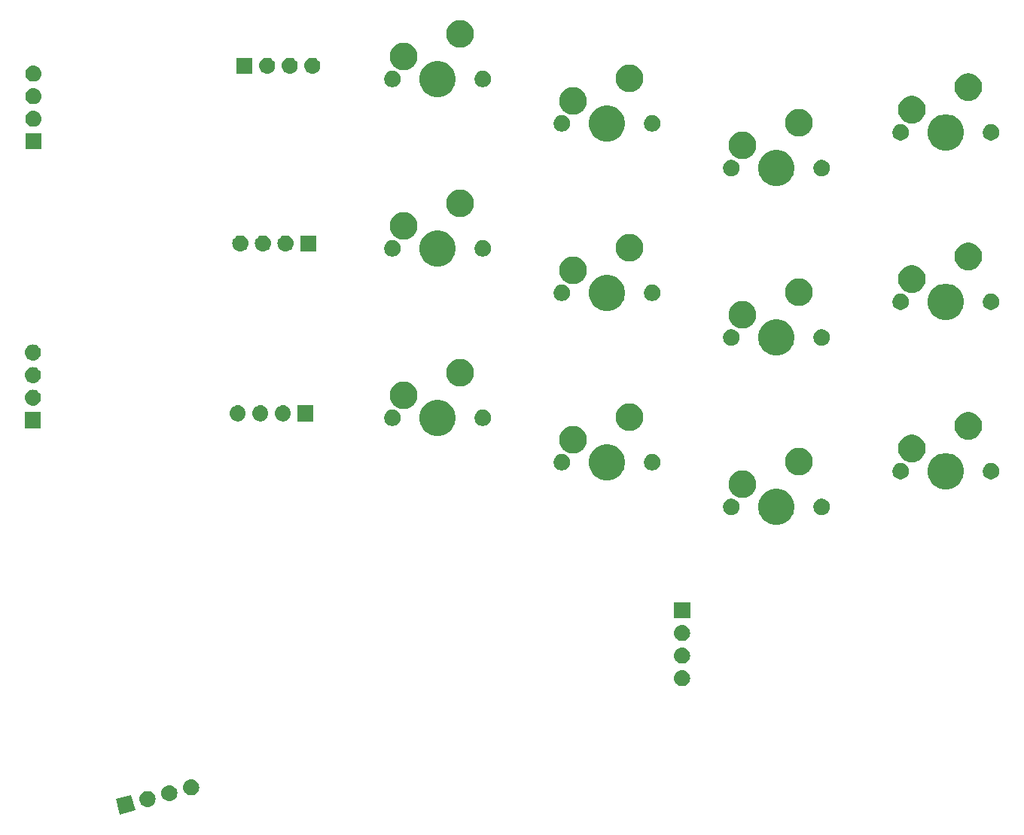
<source format=gbr>
G04 #@! TF.GenerationSoftware,KiCad,Pcbnew,(5.1.4)-1*
G04 #@! TF.CreationDate,2023-06-17T18:30:50-04:00*
G04 #@! TF.ProjectId,ThumbsUp,5468756d-6273-4557-902e-6b696361645f,rev?*
G04 #@! TF.SameCoordinates,Original*
G04 #@! TF.FileFunction,Soldermask,Top*
G04 #@! TF.FilePolarity,Negative*
%FSLAX46Y46*%
G04 Gerber Fmt 4.6, Leading zero omitted, Abs format (unit mm)*
G04 Created by KiCad (PCBNEW (5.1.4)-1) date 2023-06-17 18:30:50*
%MOMM*%
%LPD*%
G04 APERTURE LIST*
%ADD10C,0.100000*%
G04 APERTURE END LIST*
D10*
G36*
X164455165Y-601119626D02*
G01*
X162714567Y-601586018D01*
X162248175Y-599845420D01*
X163988773Y-599379028D01*
X164455165Y-601119626D01*
X164455165Y-601119626D01*
G37*
G36*
X165915564Y-598930641D02*
G01*
X165981749Y-598937160D01*
X166151588Y-598988680D01*
X166308113Y-599072345D01*
X166343851Y-599101675D01*
X166445308Y-599184937D01*
X166528570Y-599286394D01*
X166557900Y-599322132D01*
X166641565Y-599478657D01*
X166693085Y-599648496D01*
X166710481Y-599825123D01*
X166693085Y-600001750D01*
X166641565Y-600171589D01*
X166557900Y-600328114D01*
X166528570Y-600363852D01*
X166445308Y-600465309D01*
X166343851Y-600548571D01*
X166308113Y-600577901D01*
X166151588Y-600661566D01*
X165981749Y-600713086D01*
X165915565Y-600719604D01*
X165849382Y-600726123D01*
X165760862Y-600726123D01*
X165694679Y-600719604D01*
X165628495Y-600713086D01*
X165458656Y-600661566D01*
X165302131Y-600577901D01*
X165266393Y-600548571D01*
X165164936Y-600465309D01*
X165081674Y-600363852D01*
X165052344Y-600328114D01*
X164968679Y-600171589D01*
X164917159Y-600001750D01*
X164899763Y-599825123D01*
X164917159Y-599648496D01*
X164968679Y-599478657D01*
X165052344Y-599322132D01*
X165081674Y-599286394D01*
X165164936Y-599184937D01*
X165266393Y-599101675D01*
X165302131Y-599072345D01*
X165458656Y-598988680D01*
X165628495Y-598937160D01*
X165694680Y-598930641D01*
X165760862Y-598924123D01*
X165849382Y-598924123D01*
X165915564Y-598930641D01*
X165915564Y-598930641D01*
G37*
G36*
X168369015Y-598273240D02*
G01*
X168435200Y-598279759D01*
X168605039Y-598331279D01*
X168761564Y-598414944D01*
X168797302Y-598444274D01*
X168898759Y-598527536D01*
X168982021Y-598628993D01*
X169011351Y-598664731D01*
X169095016Y-598821256D01*
X169146536Y-598991095D01*
X169163932Y-599167722D01*
X169146536Y-599344349D01*
X169095016Y-599514188D01*
X169011351Y-599670713D01*
X168982021Y-599706451D01*
X168898759Y-599807908D01*
X168797302Y-599891170D01*
X168761564Y-599920500D01*
X168605039Y-600004165D01*
X168435200Y-600055685D01*
X168369016Y-600062203D01*
X168302833Y-600068722D01*
X168214313Y-600068722D01*
X168148130Y-600062203D01*
X168081946Y-600055685D01*
X167912107Y-600004165D01*
X167755582Y-599920500D01*
X167719844Y-599891170D01*
X167618387Y-599807908D01*
X167535125Y-599706451D01*
X167505795Y-599670713D01*
X167422130Y-599514188D01*
X167370610Y-599344349D01*
X167353214Y-599167722D01*
X167370610Y-598991095D01*
X167422130Y-598821256D01*
X167505795Y-598664731D01*
X167535125Y-598628993D01*
X167618387Y-598527536D01*
X167719844Y-598444274D01*
X167755582Y-598414944D01*
X167912107Y-598331279D01*
X168081946Y-598279759D01*
X168148131Y-598273240D01*
X168214313Y-598266722D01*
X168302833Y-598266722D01*
X168369015Y-598273240D01*
X168369015Y-598273240D01*
G37*
G36*
X170822467Y-597615840D02*
G01*
X170888652Y-597622359D01*
X171058491Y-597673879D01*
X171215016Y-597757544D01*
X171250754Y-597786874D01*
X171352211Y-597870136D01*
X171435473Y-597971593D01*
X171464803Y-598007331D01*
X171548468Y-598163856D01*
X171599988Y-598333695D01*
X171617384Y-598510322D01*
X171599988Y-598686949D01*
X171548468Y-598856788D01*
X171464803Y-599013313D01*
X171435473Y-599049051D01*
X171352211Y-599150508D01*
X171250754Y-599233770D01*
X171215016Y-599263100D01*
X171058491Y-599346765D01*
X170888652Y-599398285D01*
X170822467Y-599404804D01*
X170756285Y-599411322D01*
X170667765Y-599411322D01*
X170601583Y-599404804D01*
X170535398Y-599398285D01*
X170365559Y-599346765D01*
X170209034Y-599263100D01*
X170173296Y-599233770D01*
X170071839Y-599150508D01*
X169988577Y-599049051D01*
X169959247Y-599013313D01*
X169875582Y-598856788D01*
X169824062Y-598686949D01*
X169806666Y-598510322D01*
X169824062Y-598333695D01*
X169875582Y-598163856D01*
X169959247Y-598007331D01*
X169988577Y-597971593D01*
X170071839Y-597870136D01*
X170173296Y-597786874D01*
X170209034Y-597757544D01*
X170365559Y-597673879D01*
X170535398Y-597622359D01*
X170601583Y-597615840D01*
X170667765Y-597609322D01*
X170756285Y-597609322D01*
X170822467Y-597615840D01*
X170822467Y-597615840D01*
G37*
G36*
X226022468Y-585335841D02*
G01*
X226088652Y-585342359D01*
X226258491Y-585393879D01*
X226415016Y-585477544D01*
X226450754Y-585506874D01*
X226552211Y-585590136D01*
X226635473Y-585691593D01*
X226664803Y-585727331D01*
X226748468Y-585883856D01*
X226799988Y-586053695D01*
X226817384Y-586230322D01*
X226799988Y-586406949D01*
X226748468Y-586576788D01*
X226664803Y-586733313D01*
X226635473Y-586769051D01*
X226552211Y-586870508D01*
X226450754Y-586953770D01*
X226415016Y-586983100D01*
X226258491Y-587066765D01*
X226088652Y-587118285D01*
X226022467Y-587124804D01*
X225956285Y-587131322D01*
X225867765Y-587131322D01*
X225801583Y-587124804D01*
X225735398Y-587118285D01*
X225565559Y-587066765D01*
X225409034Y-586983100D01*
X225373296Y-586953770D01*
X225271839Y-586870508D01*
X225188577Y-586769051D01*
X225159247Y-586733313D01*
X225075582Y-586576788D01*
X225024062Y-586406949D01*
X225006666Y-586230322D01*
X225024062Y-586053695D01*
X225075582Y-585883856D01*
X225159247Y-585727331D01*
X225188577Y-585691593D01*
X225271839Y-585590136D01*
X225373296Y-585506874D01*
X225409034Y-585477544D01*
X225565559Y-585393879D01*
X225735398Y-585342359D01*
X225801582Y-585335841D01*
X225867765Y-585329322D01*
X225956285Y-585329322D01*
X226022468Y-585335841D01*
X226022468Y-585335841D01*
G37*
G36*
X226022467Y-582795840D02*
G01*
X226088652Y-582802359D01*
X226258491Y-582853879D01*
X226415016Y-582937544D01*
X226450754Y-582966874D01*
X226552211Y-583050136D01*
X226635473Y-583151593D01*
X226664803Y-583187331D01*
X226748468Y-583343856D01*
X226799988Y-583513695D01*
X226817384Y-583690322D01*
X226799988Y-583866949D01*
X226748468Y-584036788D01*
X226664803Y-584193313D01*
X226635473Y-584229051D01*
X226552211Y-584330508D01*
X226450754Y-584413770D01*
X226415016Y-584443100D01*
X226258491Y-584526765D01*
X226088652Y-584578285D01*
X226022468Y-584584803D01*
X225956285Y-584591322D01*
X225867765Y-584591322D01*
X225801582Y-584584803D01*
X225735398Y-584578285D01*
X225565559Y-584526765D01*
X225409034Y-584443100D01*
X225373296Y-584413770D01*
X225271839Y-584330508D01*
X225188577Y-584229051D01*
X225159247Y-584193313D01*
X225075582Y-584036788D01*
X225024062Y-583866949D01*
X225006666Y-583690322D01*
X225024062Y-583513695D01*
X225075582Y-583343856D01*
X225159247Y-583187331D01*
X225188577Y-583151593D01*
X225271839Y-583050136D01*
X225373296Y-582966874D01*
X225409034Y-582937544D01*
X225565559Y-582853879D01*
X225735398Y-582802359D01*
X225801583Y-582795840D01*
X225867765Y-582789322D01*
X225956285Y-582789322D01*
X226022467Y-582795840D01*
X226022467Y-582795840D01*
G37*
G36*
X226022467Y-580255840D02*
G01*
X226088652Y-580262359D01*
X226258491Y-580313879D01*
X226415016Y-580397544D01*
X226450754Y-580426874D01*
X226552211Y-580510136D01*
X226635473Y-580611593D01*
X226664803Y-580647331D01*
X226748468Y-580803856D01*
X226799988Y-580973695D01*
X226817384Y-581150322D01*
X226799988Y-581326949D01*
X226748468Y-581496788D01*
X226664803Y-581653313D01*
X226635473Y-581689051D01*
X226552211Y-581790508D01*
X226450754Y-581873770D01*
X226415016Y-581903100D01*
X226258491Y-581986765D01*
X226088652Y-582038285D01*
X226022467Y-582044804D01*
X225956285Y-582051322D01*
X225867765Y-582051322D01*
X225801583Y-582044804D01*
X225735398Y-582038285D01*
X225565559Y-581986765D01*
X225409034Y-581903100D01*
X225373296Y-581873770D01*
X225271839Y-581790508D01*
X225188577Y-581689051D01*
X225159247Y-581653313D01*
X225075582Y-581496788D01*
X225024062Y-581326949D01*
X225006666Y-581150322D01*
X225024062Y-580973695D01*
X225075582Y-580803856D01*
X225159247Y-580647331D01*
X225188577Y-580611593D01*
X225271839Y-580510136D01*
X225373296Y-580426874D01*
X225409034Y-580397544D01*
X225565559Y-580313879D01*
X225735398Y-580262359D01*
X225801583Y-580255840D01*
X225867765Y-580249322D01*
X225956285Y-580249322D01*
X226022467Y-580255840D01*
X226022467Y-580255840D01*
G37*
G36*
X226813025Y-579511322D02*
G01*
X225011025Y-579511322D01*
X225011025Y-577709322D01*
X226813025Y-577709322D01*
X226813025Y-579511322D01*
X226813025Y-579511322D01*
G37*
G36*
X237108499Y-564994007D02*
G01*
X237326499Y-565084306D01*
X237480648Y-565148156D01*
X237815573Y-565371946D01*
X238100402Y-565656775D01*
X238324192Y-565991700D01*
X238356587Y-566069909D01*
X238478341Y-566363849D01*
X238556925Y-566758917D01*
X238556925Y-567161729D01*
X238478341Y-567556797D01*
X238427476Y-567679595D01*
X238324192Y-567928946D01*
X238100402Y-568263871D01*
X237815573Y-568548700D01*
X237480648Y-568772490D01*
X237326499Y-568836340D01*
X237108499Y-568926639D01*
X236713431Y-569005223D01*
X236310619Y-569005223D01*
X235915551Y-568926639D01*
X235697551Y-568836340D01*
X235543402Y-568772490D01*
X235208477Y-568548700D01*
X234923648Y-568263871D01*
X234699858Y-567928946D01*
X234596574Y-567679595D01*
X234545709Y-567556797D01*
X234467125Y-567161729D01*
X234467125Y-566758917D01*
X234545709Y-566363849D01*
X234667463Y-566069909D01*
X234699858Y-565991700D01*
X234923648Y-565656775D01*
X235208477Y-565371946D01*
X235543402Y-565148156D01*
X235697551Y-565084306D01*
X235915551Y-564994007D01*
X236310619Y-564915423D01*
X236713431Y-564915423D01*
X237108499Y-564994007D01*
X237108499Y-564994007D01*
G37*
G36*
X231702129Y-566069908D02*
G01*
X231870651Y-566139712D01*
X232022316Y-566241051D01*
X232151297Y-566370032D01*
X232252636Y-566521697D01*
X232322440Y-566690219D01*
X232358025Y-566869120D01*
X232358025Y-567051526D01*
X232322440Y-567230427D01*
X232252636Y-567398949D01*
X232151297Y-567550614D01*
X232022316Y-567679595D01*
X231870651Y-567780934D01*
X231702129Y-567850738D01*
X231523228Y-567886323D01*
X231340822Y-567886323D01*
X231161921Y-567850738D01*
X230993399Y-567780934D01*
X230841734Y-567679595D01*
X230712753Y-567550614D01*
X230611414Y-567398949D01*
X230541610Y-567230427D01*
X230506025Y-567051526D01*
X230506025Y-566869120D01*
X230541610Y-566690219D01*
X230611414Y-566521697D01*
X230712753Y-566370032D01*
X230841734Y-566241051D01*
X230993399Y-566139712D01*
X231161921Y-566069908D01*
X231340822Y-566034323D01*
X231523228Y-566034323D01*
X231702129Y-566069908D01*
X231702129Y-566069908D01*
G37*
G36*
X241862129Y-566069908D02*
G01*
X242030651Y-566139712D01*
X242182316Y-566241051D01*
X242311297Y-566370032D01*
X242412636Y-566521697D01*
X242482440Y-566690219D01*
X242518025Y-566869120D01*
X242518025Y-567051526D01*
X242482440Y-567230427D01*
X242412636Y-567398949D01*
X242311297Y-567550614D01*
X242182316Y-567679595D01*
X242030651Y-567780934D01*
X241862129Y-567850738D01*
X241683228Y-567886323D01*
X241500822Y-567886323D01*
X241321921Y-567850738D01*
X241153399Y-567780934D01*
X241001734Y-567679595D01*
X240872753Y-567550614D01*
X240771414Y-567398949D01*
X240701610Y-567230427D01*
X240666025Y-567051526D01*
X240666025Y-566869120D01*
X240701610Y-566690219D01*
X240771414Y-566521697D01*
X240872753Y-566370032D01*
X241001734Y-566241051D01*
X241153399Y-566139712D01*
X241321921Y-566069908D01*
X241500822Y-566034323D01*
X241683228Y-566034323D01*
X241862129Y-566069908D01*
X241862129Y-566069908D01*
G37*
G36*
X232940245Y-562886322D02*
G01*
X233154435Y-562928927D01*
X233436699Y-563045844D01*
X233690730Y-563215582D01*
X233906766Y-563431618D01*
X234076504Y-563685649D01*
X234177280Y-563928945D01*
X234193421Y-563967914D01*
X234252291Y-564263870D01*
X234253025Y-564267563D01*
X234253025Y-564573083D01*
X234193421Y-564872733D01*
X234076504Y-565154997D01*
X233906766Y-565409028D01*
X233690730Y-565625064D01*
X233436699Y-565794802D01*
X233154435Y-565911719D01*
X233004610Y-565941521D01*
X232854786Y-565971323D01*
X232549264Y-565971323D01*
X232399440Y-565941521D01*
X232249615Y-565911719D01*
X231967351Y-565794802D01*
X231713320Y-565625064D01*
X231497284Y-565409028D01*
X231327546Y-565154997D01*
X231210629Y-564872733D01*
X231151025Y-564573083D01*
X231151025Y-564267563D01*
X231151760Y-564263870D01*
X231210629Y-563967914D01*
X231226770Y-563928945D01*
X231327546Y-563685649D01*
X231497284Y-563431618D01*
X231713320Y-563215582D01*
X231967351Y-563045844D01*
X232249615Y-562928927D01*
X232463805Y-562886322D01*
X232549264Y-562869323D01*
X232854786Y-562869323D01*
X232940245Y-562886322D01*
X232940245Y-562886322D01*
G37*
G36*
X256158499Y-560994006D02*
G01*
X256341740Y-561069907D01*
X256530648Y-561148155D01*
X256865573Y-561371945D01*
X257150402Y-561656774D01*
X257374192Y-561991699D01*
X257406587Y-562069908D01*
X257528341Y-562363848D01*
X257606925Y-562758916D01*
X257606925Y-563161728D01*
X257528341Y-563556796D01*
X257477476Y-563679594D01*
X257374192Y-563928945D01*
X257150402Y-564263870D01*
X256865573Y-564548699D01*
X256530648Y-564772489D01*
X256376499Y-564836339D01*
X256158499Y-564926638D01*
X255763431Y-565005222D01*
X255360619Y-565005222D01*
X254965551Y-564926638D01*
X254747551Y-564836339D01*
X254593402Y-564772489D01*
X254258477Y-564548699D01*
X253973648Y-564263870D01*
X253749858Y-563928945D01*
X253646574Y-563679594D01*
X253595709Y-563556796D01*
X253517125Y-563161728D01*
X253517125Y-562758916D01*
X253595709Y-562363848D01*
X253717463Y-562069908D01*
X253749858Y-561991699D01*
X253973648Y-561656774D01*
X254258477Y-561371945D01*
X254593402Y-561148155D01*
X254782310Y-561069907D01*
X254965551Y-560994006D01*
X255360619Y-560915422D01*
X255763431Y-560915422D01*
X256158499Y-560994006D01*
X256158499Y-560994006D01*
G37*
G36*
X218058499Y-559994006D02*
G01*
X218276499Y-560084305D01*
X218430648Y-560148155D01*
X218765573Y-560371945D01*
X219050402Y-560656774D01*
X219274192Y-560991699D01*
X219306587Y-561069908D01*
X219428341Y-561363848D01*
X219506925Y-561758916D01*
X219506925Y-562161728D01*
X219428341Y-562556796D01*
X219373075Y-562690219D01*
X219274192Y-562928945D01*
X219050402Y-563263870D01*
X218765573Y-563548699D01*
X218430648Y-563772489D01*
X218276499Y-563836339D01*
X218058499Y-563926638D01*
X217663431Y-564005222D01*
X217260619Y-564005222D01*
X216865551Y-563926638D01*
X216647551Y-563836339D01*
X216493402Y-563772489D01*
X216158477Y-563548699D01*
X215873648Y-563263870D01*
X215649858Y-562928945D01*
X215550975Y-562690219D01*
X215495709Y-562556796D01*
X215417125Y-562161728D01*
X215417125Y-561758916D01*
X215495709Y-561363848D01*
X215617463Y-561069908D01*
X215649858Y-560991699D01*
X215873648Y-560656774D01*
X216158477Y-560371945D01*
X216493402Y-560148155D01*
X216647551Y-560084305D01*
X216865551Y-559994006D01*
X217260619Y-559915422D01*
X217663431Y-559915422D01*
X218058499Y-559994006D01*
X218058499Y-559994006D01*
G37*
G36*
X250752129Y-562069907D02*
G01*
X250920651Y-562139711D01*
X251072316Y-562241050D01*
X251201297Y-562370031D01*
X251302636Y-562521696D01*
X251372440Y-562690218D01*
X251408025Y-562869119D01*
X251408025Y-563051525D01*
X251372440Y-563230426D01*
X251302636Y-563398948D01*
X251201297Y-563550613D01*
X251072316Y-563679594D01*
X250920651Y-563780933D01*
X250752129Y-563850737D01*
X250573228Y-563886322D01*
X250390822Y-563886322D01*
X250211921Y-563850737D01*
X250043399Y-563780933D01*
X249891734Y-563679594D01*
X249762753Y-563550613D01*
X249661414Y-563398948D01*
X249591610Y-563230426D01*
X249556025Y-563051525D01*
X249556025Y-562869119D01*
X249591610Y-562690218D01*
X249661414Y-562521696D01*
X249762753Y-562370031D01*
X249891734Y-562241050D01*
X250043399Y-562139711D01*
X250211921Y-562069907D01*
X250390822Y-562034322D01*
X250573228Y-562034322D01*
X250752129Y-562069907D01*
X250752129Y-562069907D01*
G37*
G36*
X260912129Y-562069907D02*
G01*
X261080651Y-562139711D01*
X261232316Y-562241050D01*
X261361297Y-562370031D01*
X261462636Y-562521696D01*
X261532440Y-562690218D01*
X261568025Y-562869119D01*
X261568025Y-563051525D01*
X261532440Y-563230426D01*
X261462636Y-563398948D01*
X261361297Y-563550613D01*
X261232316Y-563679594D01*
X261080651Y-563780933D01*
X260912129Y-563850737D01*
X260733228Y-563886322D01*
X260550822Y-563886322D01*
X260371921Y-563850737D01*
X260203399Y-563780933D01*
X260051734Y-563679594D01*
X259922753Y-563550613D01*
X259821414Y-563398948D01*
X259751610Y-563230426D01*
X259716025Y-563051525D01*
X259716025Y-562869119D01*
X259751610Y-562690218D01*
X259821414Y-562521696D01*
X259922753Y-562370031D01*
X260051734Y-562241050D01*
X260203399Y-562139711D01*
X260371921Y-562069907D01*
X260550822Y-562034322D01*
X260733228Y-562034322D01*
X260912129Y-562069907D01*
X260912129Y-562069907D01*
G37*
G36*
X239354610Y-560359125D02*
G01*
X239504435Y-560388927D01*
X239786699Y-560505844D01*
X240040730Y-560675582D01*
X240256766Y-560891618D01*
X240426504Y-561145649D01*
X240543421Y-561427913D01*
X240562076Y-561521697D01*
X240588945Y-561656775D01*
X240603025Y-561727563D01*
X240603025Y-562033083D01*
X240543421Y-562332733D01*
X240426504Y-562614997D01*
X240256766Y-562869028D01*
X240040730Y-563085064D01*
X239786699Y-563254802D01*
X239504435Y-563371719D01*
X239367550Y-563398947D01*
X239204786Y-563431323D01*
X238899264Y-563431323D01*
X238736500Y-563398947D01*
X238599615Y-563371719D01*
X238317351Y-563254802D01*
X238063320Y-563085064D01*
X237847284Y-562869028D01*
X237677546Y-562614997D01*
X237560629Y-562332733D01*
X237501025Y-562033083D01*
X237501025Y-561727563D01*
X237515106Y-561656775D01*
X237541974Y-561521697D01*
X237560629Y-561427913D01*
X237677546Y-561145649D01*
X237847284Y-560891618D01*
X238063320Y-560675582D01*
X238317351Y-560505844D01*
X238599615Y-560388927D01*
X238749440Y-560359125D01*
X238899264Y-560329323D01*
X239204786Y-560329323D01*
X239354610Y-560359125D01*
X239354610Y-560359125D01*
G37*
G36*
X212652129Y-561069907D02*
G01*
X212820651Y-561139711D01*
X212972316Y-561241050D01*
X213101297Y-561370031D01*
X213202636Y-561521696D01*
X213272440Y-561690218D01*
X213308025Y-561869119D01*
X213308025Y-562051525D01*
X213272440Y-562230426D01*
X213202636Y-562398948D01*
X213101297Y-562550613D01*
X212972316Y-562679594D01*
X212820651Y-562780933D01*
X212652129Y-562850737D01*
X212473228Y-562886322D01*
X212290822Y-562886322D01*
X212111921Y-562850737D01*
X211943399Y-562780933D01*
X211791734Y-562679594D01*
X211662753Y-562550613D01*
X211561414Y-562398948D01*
X211491610Y-562230426D01*
X211456025Y-562051525D01*
X211456025Y-561869119D01*
X211491610Y-561690218D01*
X211561414Y-561521696D01*
X211662753Y-561370031D01*
X211791734Y-561241050D01*
X211943399Y-561139711D01*
X212111921Y-561069907D01*
X212290822Y-561034322D01*
X212473228Y-561034322D01*
X212652129Y-561069907D01*
X212652129Y-561069907D01*
G37*
G36*
X222812129Y-561069907D02*
G01*
X222980651Y-561139711D01*
X223132316Y-561241050D01*
X223261297Y-561370031D01*
X223362636Y-561521696D01*
X223432440Y-561690218D01*
X223468025Y-561869119D01*
X223468025Y-562051525D01*
X223432440Y-562230426D01*
X223362636Y-562398948D01*
X223261297Y-562550613D01*
X223132316Y-562679594D01*
X222980651Y-562780933D01*
X222812129Y-562850737D01*
X222633228Y-562886322D01*
X222450822Y-562886322D01*
X222271921Y-562850737D01*
X222103399Y-562780933D01*
X221951734Y-562679594D01*
X221822753Y-562550613D01*
X221721414Y-562398948D01*
X221651610Y-562230426D01*
X221616025Y-562051525D01*
X221616025Y-561869119D01*
X221651610Y-561690218D01*
X221721414Y-561521696D01*
X221822753Y-561370031D01*
X221951734Y-561241050D01*
X222103399Y-561139711D01*
X222271921Y-561069907D01*
X222450822Y-561034322D01*
X222633228Y-561034322D01*
X222812129Y-561069907D01*
X222812129Y-561069907D01*
G37*
G36*
X252054610Y-558899124D02*
G01*
X252204435Y-558928926D01*
X252486699Y-559045843D01*
X252740730Y-559215581D01*
X252956766Y-559431617D01*
X253126504Y-559685648D01*
X253243421Y-559967912D01*
X253273223Y-560117737D01*
X253303025Y-560267561D01*
X253303025Y-560573083D01*
X253282637Y-560675582D01*
X253243421Y-560872732D01*
X253126504Y-561154996D01*
X252956766Y-561409027D01*
X252740730Y-561625063D01*
X252486699Y-561794801D01*
X252204435Y-561911718D01*
X252054610Y-561941520D01*
X251904786Y-561971322D01*
X251599264Y-561971322D01*
X251449440Y-561941520D01*
X251299615Y-561911718D01*
X251017351Y-561794801D01*
X250763320Y-561625063D01*
X250547284Y-561409027D01*
X250377546Y-561154996D01*
X250260629Y-560872732D01*
X250221413Y-560675582D01*
X250201025Y-560573083D01*
X250201025Y-560267561D01*
X250230827Y-560117737D01*
X250260629Y-559967912D01*
X250377546Y-559685648D01*
X250547284Y-559431617D01*
X250763320Y-559215581D01*
X251017351Y-559045843D01*
X251299615Y-558928926D01*
X251449440Y-558899124D01*
X251599264Y-558869322D01*
X251904786Y-558869322D01*
X252054610Y-558899124D01*
X252054610Y-558899124D01*
G37*
G36*
X213890250Y-557886322D02*
G01*
X214104435Y-557928926D01*
X214386699Y-558045843D01*
X214640730Y-558215581D01*
X214856766Y-558431617D01*
X215026504Y-558685648D01*
X215143421Y-558967912D01*
X215203025Y-559267562D01*
X215203025Y-559573082D01*
X215143421Y-559872732D01*
X215026504Y-560154996D01*
X214856766Y-560409027D01*
X214640730Y-560625063D01*
X214386699Y-560794801D01*
X214104435Y-560911718D01*
X213954610Y-560941520D01*
X213804786Y-560971322D01*
X213499264Y-560971322D01*
X213349440Y-560941520D01*
X213199615Y-560911718D01*
X212917351Y-560794801D01*
X212663320Y-560625063D01*
X212447284Y-560409027D01*
X212277546Y-560154996D01*
X212160629Y-559872732D01*
X212101025Y-559573082D01*
X212101025Y-559267562D01*
X212160629Y-558967912D01*
X212277546Y-558685648D01*
X212447284Y-558431617D01*
X212663320Y-558215581D01*
X212917351Y-558045843D01*
X213199615Y-557928926D01*
X213413800Y-557886322D01*
X213499264Y-557869322D01*
X213804786Y-557869322D01*
X213890250Y-557886322D01*
X213890250Y-557886322D01*
G37*
G36*
X258404610Y-556359124D02*
G01*
X258554435Y-556388926D01*
X258836699Y-556505843D01*
X259090730Y-556675581D01*
X259306766Y-556891617D01*
X259476504Y-557145648D01*
X259593421Y-557427912D01*
X259617828Y-557550613D01*
X259643484Y-557679593D01*
X259653025Y-557727562D01*
X259653025Y-558033082D01*
X259593421Y-558332732D01*
X259476504Y-558614996D01*
X259306766Y-558869027D01*
X259090730Y-559085063D01*
X258836699Y-559254801D01*
X258554435Y-559371718D01*
X258404610Y-559401520D01*
X258254786Y-559431322D01*
X257949264Y-559431322D01*
X257799440Y-559401520D01*
X257649615Y-559371718D01*
X257367351Y-559254801D01*
X257113320Y-559085063D01*
X256897284Y-558869027D01*
X256727546Y-558614996D01*
X256610629Y-558332732D01*
X256551025Y-558033082D01*
X256551025Y-557727562D01*
X256560567Y-557679593D01*
X256586222Y-557550613D01*
X256610629Y-557427912D01*
X256727546Y-557145648D01*
X256897284Y-556891617D01*
X257113320Y-556675581D01*
X257367351Y-556505843D01*
X257649615Y-556388926D01*
X257799440Y-556359124D01*
X257949264Y-556329322D01*
X258254786Y-556329322D01*
X258404610Y-556359124D01*
X258404610Y-556359124D01*
G37*
G36*
X199008499Y-554994006D02*
G01*
X199226499Y-555084305D01*
X199380648Y-555148155D01*
X199715573Y-555371945D01*
X200000402Y-555656774D01*
X200224192Y-555991699D01*
X200256587Y-556069908D01*
X200378341Y-556363848D01*
X200456925Y-556758916D01*
X200456925Y-557161728D01*
X200378341Y-557556796D01*
X200327476Y-557679594D01*
X200224192Y-557928945D01*
X200000402Y-558263870D01*
X199715573Y-558548699D01*
X199380648Y-558772489D01*
X199226499Y-558836339D01*
X199008499Y-558926638D01*
X198613431Y-559005222D01*
X198210619Y-559005222D01*
X197815551Y-558926638D01*
X197597551Y-558836339D01*
X197443402Y-558772489D01*
X197108477Y-558548699D01*
X196823648Y-558263870D01*
X196599858Y-557928945D01*
X196496574Y-557679594D01*
X196445709Y-557556796D01*
X196367125Y-557161728D01*
X196367125Y-556758916D01*
X196445709Y-556363848D01*
X196567463Y-556069908D01*
X196599858Y-555991699D01*
X196823648Y-555656774D01*
X197108477Y-555371945D01*
X197443402Y-555148155D01*
X197597551Y-555084305D01*
X197815551Y-554994006D01*
X198210619Y-554915422D01*
X198613431Y-554915422D01*
X199008499Y-554994006D01*
X199008499Y-554994006D01*
G37*
G36*
X220304610Y-555359124D02*
G01*
X220454435Y-555388926D01*
X220736699Y-555505843D01*
X220990730Y-555675581D01*
X221206766Y-555891617D01*
X221376504Y-556145648D01*
X221493421Y-556427912D01*
X221493421Y-556427913D01*
X221553025Y-556727561D01*
X221553025Y-557033083D01*
X221530634Y-557145648D01*
X221493421Y-557332732D01*
X221376504Y-557614996D01*
X221206766Y-557869027D01*
X220990730Y-558085063D01*
X220736699Y-558254801D01*
X220454435Y-558371718D01*
X220304610Y-558401520D01*
X220154786Y-558431322D01*
X219849264Y-558431322D01*
X219699440Y-558401520D01*
X219549615Y-558371718D01*
X219267351Y-558254801D01*
X219013320Y-558085063D01*
X218797284Y-557869027D01*
X218627546Y-557614996D01*
X218510629Y-557332732D01*
X218473416Y-557145648D01*
X218451025Y-557033083D01*
X218451025Y-556727561D01*
X218510629Y-556427913D01*
X218510629Y-556427912D01*
X218627546Y-556145648D01*
X218797284Y-555891617D01*
X219013320Y-555675581D01*
X219267351Y-555505843D01*
X219549615Y-555388926D01*
X219699440Y-555359124D01*
X219849264Y-555329322D01*
X220154786Y-555329322D01*
X220304610Y-555359124D01*
X220304610Y-555359124D01*
G37*
G36*
X153813019Y-558131280D02*
G01*
X152011019Y-558131280D01*
X152011019Y-556329280D01*
X153813019Y-556329280D01*
X153813019Y-558131280D01*
X153813019Y-558131280D01*
G37*
G36*
X193602129Y-556069907D02*
G01*
X193770651Y-556139711D01*
X193922316Y-556241050D01*
X194051297Y-556370031D01*
X194152636Y-556521696D01*
X194222440Y-556690218D01*
X194258025Y-556869119D01*
X194258025Y-557051525D01*
X194222440Y-557230426D01*
X194152636Y-557398948D01*
X194051297Y-557550613D01*
X193922316Y-557679594D01*
X193770651Y-557780933D01*
X193602129Y-557850737D01*
X193423228Y-557886322D01*
X193240822Y-557886322D01*
X193061921Y-557850737D01*
X192893399Y-557780933D01*
X192741734Y-557679594D01*
X192612753Y-557550613D01*
X192511414Y-557398948D01*
X192441610Y-557230426D01*
X192406025Y-557051525D01*
X192406025Y-556869119D01*
X192441610Y-556690218D01*
X192511414Y-556521696D01*
X192612753Y-556370031D01*
X192741734Y-556241050D01*
X192893399Y-556139711D01*
X193061921Y-556069907D01*
X193240822Y-556034322D01*
X193423228Y-556034322D01*
X193602129Y-556069907D01*
X193602129Y-556069907D01*
G37*
G36*
X203762129Y-556069907D02*
G01*
X203930651Y-556139711D01*
X204082316Y-556241050D01*
X204211297Y-556370031D01*
X204312636Y-556521696D01*
X204382440Y-556690218D01*
X204418025Y-556869119D01*
X204418025Y-557051525D01*
X204382440Y-557230426D01*
X204312636Y-557398948D01*
X204211297Y-557550613D01*
X204082316Y-557679594D01*
X203930651Y-557780933D01*
X203762129Y-557850737D01*
X203583228Y-557886322D01*
X203400822Y-557886322D01*
X203221921Y-557850737D01*
X203053399Y-557780933D01*
X202901734Y-557679594D01*
X202772753Y-557550613D01*
X202671414Y-557398948D01*
X202601610Y-557230426D01*
X202566025Y-557051525D01*
X202566025Y-556869119D01*
X202601610Y-556690218D01*
X202671414Y-556521696D01*
X202772753Y-556370031D01*
X202901734Y-556241050D01*
X203053399Y-556139711D01*
X203221921Y-556069907D01*
X203400822Y-556034322D01*
X203583228Y-556034322D01*
X203762129Y-556069907D01*
X203762129Y-556069907D01*
G37*
G36*
X184457722Y-557358847D02*
G01*
X182655722Y-557358847D01*
X182655722Y-555556847D01*
X184457722Y-555556847D01*
X184457722Y-557358847D01*
X184457722Y-557358847D01*
G37*
G36*
X181127164Y-555563365D02*
G01*
X181193349Y-555569884D01*
X181363188Y-555621404D01*
X181363190Y-555621405D01*
X181429360Y-555656774D01*
X181519713Y-555705069D01*
X181555451Y-555734399D01*
X181656908Y-555817661D01*
X181717601Y-555891617D01*
X181769500Y-555954856D01*
X181853165Y-556111381D01*
X181904685Y-556281220D01*
X181922081Y-556457847D01*
X181904685Y-556634474D01*
X181853165Y-556804313D01*
X181769500Y-556960838D01*
X181740170Y-556996576D01*
X181656908Y-557098033D01*
X181579295Y-557161727D01*
X181519713Y-557210625D01*
X181363188Y-557294290D01*
X181193349Y-557345810D01*
X181127165Y-557352328D01*
X181060982Y-557358847D01*
X180972462Y-557358847D01*
X180906279Y-557352328D01*
X180840095Y-557345810D01*
X180670256Y-557294290D01*
X180513731Y-557210625D01*
X180454149Y-557161727D01*
X180376536Y-557098033D01*
X180293274Y-556996576D01*
X180263944Y-556960838D01*
X180180279Y-556804313D01*
X180128759Y-556634474D01*
X180111363Y-556457847D01*
X180128759Y-556281220D01*
X180180279Y-556111381D01*
X180263944Y-555954856D01*
X180315843Y-555891617D01*
X180376536Y-555817661D01*
X180477993Y-555734399D01*
X180513731Y-555705069D01*
X180604084Y-555656774D01*
X180670254Y-555621405D01*
X180670256Y-555621404D01*
X180840095Y-555569884D01*
X180906280Y-555563365D01*
X180972462Y-555556847D01*
X181060982Y-555556847D01*
X181127164Y-555563365D01*
X181127164Y-555563365D01*
G37*
G36*
X178587164Y-555563365D02*
G01*
X178653349Y-555569884D01*
X178823188Y-555621404D01*
X178823190Y-555621405D01*
X178889360Y-555656774D01*
X178979713Y-555705069D01*
X179015451Y-555734399D01*
X179116908Y-555817661D01*
X179177601Y-555891617D01*
X179229500Y-555954856D01*
X179313165Y-556111381D01*
X179364685Y-556281220D01*
X179382081Y-556457847D01*
X179364685Y-556634474D01*
X179313165Y-556804313D01*
X179229500Y-556960838D01*
X179200170Y-556996576D01*
X179116908Y-557098033D01*
X179039295Y-557161727D01*
X178979713Y-557210625D01*
X178823188Y-557294290D01*
X178653349Y-557345810D01*
X178587165Y-557352328D01*
X178520982Y-557358847D01*
X178432462Y-557358847D01*
X178366279Y-557352328D01*
X178300095Y-557345810D01*
X178130256Y-557294290D01*
X177973731Y-557210625D01*
X177914149Y-557161727D01*
X177836536Y-557098033D01*
X177753274Y-556996576D01*
X177723944Y-556960838D01*
X177640279Y-556804313D01*
X177588759Y-556634474D01*
X177571363Y-556457847D01*
X177588759Y-556281220D01*
X177640279Y-556111381D01*
X177723944Y-555954856D01*
X177775843Y-555891617D01*
X177836536Y-555817661D01*
X177937993Y-555734399D01*
X177973731Y-555705069D01*
X178064084Y-555656774D01*
X178130254Y-555621405D01*
X178130256Y-555621404D01*
X178300095Y-555569884D01*
X178366280Y-555563365D01*
X178432462Y-555556847D01*
X178520982Y-555556847D01*
X178587164Y-555563365D01*
X178587164Y-555563365D01*
G37*
G36*
X176047164Y-555563365D02*
G01*
X176113349Y-555569884D01*
X176283188Y-555621404D01*
X176283190Y-555621405D01*
X176349360Y-555656774D01*
X176439713Y-555705069D01*
X176475451Y-555734399D01*
X176576908Y-555817661D01*
X176637601Y-555891617D01*
X176689500Y-555954856D01*
X176773165Y-556111381D01*
X176824685Y-556281220D01*
X176842081Y-556457847D01*
X176824685Y-556634474D01*
X176773165Y-556804313D01*
X176689500Y-556960838D01*
X176660170Y-556996576D01*
X176576908Y-557098033D01*
X176499295Y-557161727D01*
X176439713Y-557210625D01*
X176283188Y-557294290D01*
X176113349Y-557345810D01*
X176047165Y-557352328D01*
X175980982Y-557358847D01*
X175892462Y-557358847D01*
X175826279Y-557352328D01*
X175760095Y-557345810D01*
X175590256Y-557294290D01*
X175433731Y-557210625D01*
X175374149Y-557161727D01*
X175296536Y-557098033D01*
X175213274Y-556996576D01*
X175183944Y-556960838D01*
X175100279Y-556804313D01*
X175048759Y-556634474D01*
X175031363Y-556457847D01*
X175048759Y-556281220D01*
X175100279Y-556111381D01*
X175183944Y-555954856D01*
X175235843Y-555891617D01*
X175296536Y-555817661D01*
X175397993Y-555734399D01*
X175433731Y-555705069D01*
X175524084Y-555656774D01*
X175590254Y-555621405D01*
X175590256Y-555621404D01*
X175760095Y-555569884D01*
X175826280Y-555563365D01*
X175892462Y-555556847D01*
X175980982Y-555556847D01*
X176047164Y-555563365D01*
X176047164Y-555563365D01*
G37*
G36*
X194904610Y-552899124D02*
G01*
X195054435Y-552928926D01*
X195336699Y-553045843D01*
X195590730Y-553215581D01*
X195806766Y-553431617D01*
X195976504Y-553685648D01*
X196093421Y-553967912D01*
X196153025Y-554267562D01*
X196153025Y-554573082D01*
X196093421Y-554872732D01*
X195976504Y-555154996D01*
X195806766Y-555409027D01*
X195590730Y-555625063D01*
X195336699Y-555794801D01*
X195054435Y-555911718D01*
X194904610Y-555941520D01*
X194754786Y-555971322D01*
X194449264Y-555971322D01*
X194299440Y-555941520D01*
X194149615Y-555911718D01*
X193867351Y-555794801D01*
X193613320Y-555625063D01*
X193397284Y-555409027D01*
X193227546Y-555154996D01*
X193110629Y-554872732D01*
X193051025Y-554573082D01*
X193051025Y-554267562D01*
X193110629Y-553967912D01*
X193227546Y-553685648D01*
X193397284Y-553431617D01*
X193613320Y-553215581D01*
X193867351Y-553045843D01*
X194149615Y-552928926D01*
X194299440Y-552899124D01*
X194449264Y-552869322D01*
X194754786Y-552869322D01*
X194904610Y-552899124D01*
X194904610Y-552899124D01*
G37*
G36*
X153022462Y-553795799D02*
G01*
X153088646Y-553802317D01*
X153258485Y-553853837D01*
X153415010Y-553937502D01*
X153450748Y-553966832D01*
X153552205Y-554050094D01*
X153635467Y-554151551D01*
X153664797Y-554187289D01*
X153748462Y-554343814D01*
X153799982Y-554513653D01*
X153817378Y-554690280D01*
X153799982Y-554866907D01*
X153748462Y-555036746D01*
X153664797Y-555193271D01*
X153635467Y-555229009D01*
X153552205Y-555330466D01*
X153480970Y-555388926D01*
X153415010Y-555443058D01*
X153258485Y-555526723D01*
X153088646Y-555578243D01*
X153022462Y-555584761D01*
X152956279Y-555591280D01*
X152867759Y-555591280D01*
X152801576Y-555584761D01*
X152735392Y-555578243D01*
X152565553Y-555526723D01*
X152409028Y-555443058D01*
X152343068Y-555388926D01*
X152271833Y-555330466D01*
X152188571Y-555229009D01*
X152159241Y-555193271D01*
X152075576Y-555036746D01*
X152024056Y-554866907D01*
X152006660Y-554690280D01*
X152024056Y-554513653D01*
X152075576Y-554343814D01*
X152159241Y-554187289D01*
X152188571Y-554151551D01*
X152271833Y-554050094D01*
X152373290Y-553966832D01*
X152409028Y-553937502D01*
X152565553Y-553853837D01*
X152735392Y-553802317D01*
X152801576Y-553795799D01*
X152867759Y-553789280D01*
X152956279Y-553789280D01*
X153022462Y-553795799D01*
X153022462Y-553795799D01*
G37*
G36*
X201254610Y-550359124D02*
G01*
X201404435Y-550388926D01*
X201686699Y-550505843D01*
X201940730Y-550675581D01*
X202156766Y-550891617D01*
X202326504Y-551145648D01*
X202443421Y-551427912D01*
X202503025Y-551727562D01*
X202503025Y-552033082D01*
X202443421Y-552332732D01*
X202326504Y-552614996D01*
X202156766Y-552869027D01*
X201940730Y-553085063D01*
X201686699Y-553254801D01*
X201404435Y-553371718D01*
X201254610Y-553401520D01*
X201104786Y-553431322D01*
X200799264Y-553431322D01*
X200649440Y-553401520D01*
X200499615Y-553371718D01*
X200217351Y-553254801D01*
X199963320Y-553085063D01*
X199747284Y-552869027D01*
X199577546Y-552614996D01*
X199460629Y-552332732D01*
X199401025Y-552033082D01*
X199401025Y-551727562D01*
X199460629Y-551427912D01*
X199577546Y-551145648D01*
X199747284Y-550891617D01*
X199963320Y-550675581D01*
X200217351Y-550505843D01*
X200499615Y-550388926D01*
X200649440Y-550359124D01*
X200799264Y-550329322D01*
X201104786Y-550329322D01*
X201254610Y-550359124D01*
X201254610Y-550359124D01*
G37*
G36*
X153022462Y-551255799D02*
G01*
X153088646Y-551262317D01*
X153258485Y-551313837D01*
X153415010Y-551397502D01*
X153450748Y-551426832D01*
X153552205Y-551510094D01*
X153635467Y-551611551D01*
X153664797Y-551647289D01*
X153748462Y-551803814D01*
X153799982Y-551973653D01*
X153817378Y-552150280D01*
X153799982Y-552326907D01*
X153748462Y-552496746D01*
X153664797Y-552653271D01*
X153635467Y-552689009D01*
X153552205Y-552790466D01*
X153456478Y-552869026D01*
X153415010Y-552903058D01*
X153258485Y-552986723D01*
X153088646Y-553038243D01*
X153022462Y-553044761D01*
X152956279Y-553051280D01*
X152867759Y-553051280D01*
X152801576Y-553044761D01*
X152735392Y-553038243D01*
X152565553Y-552986723D01*
X152409028Y-552903058D01*
X152367560Y-552869026D01*
X152271833Y-552790466D01*
X152188571Y-552689009D01*
X152159241Y-552653271D01*
X152075576Y-552496746D01*
X152024056Y-552326907D01*
X152006660Y-552150280D01*
X152024056Y-551973653D01*
X152075576Y-551803814D01*
X152159241Y-551647289D01*
X152188571Y-551611551D01*
X152271833Y-551510094D01*
X152373290Y-551426832D01*
X152409028Y-551397502D01*
X152565553Y-551313837D01*
X152735392Y-551262317D01*
X152801576Y-551255799D01*
X152867759Y-551249280D01*
X152956279Y-551249280D01*
X153022462Y-551255799D01*
X153022462Y-551255799D01*
G37*
G36*
X153022461Y-548715798D02*
G01*
X153088646Y-548722317D01*
X153258485Y-548773837D01*
X153415010Y-548857502D01*
X153441137Y-548878944D01*
X153552205Y-548970094D01*
X153635467Y-549071551D01*
X153664797Y-549107289D01*
X153748462Y-549263814D01*
X153799982Y-549433653D01*
X153817378Y-549610280D01*
X153799982Y-549786907D01*
X153748462Y-549956746D01*
X153664797Y-550113271D01*
X153635467Y-550149009D01*
X153552205Y-550250466D01*
X153456117Y-550329322D01*
X153415010Y-550363058D01*
X153258485Y-550446723D01*
X153088646Y-550498243D01*
X153022462Y-550504761D01*
X152956279Y-550511280D01*
X152867759Y-550511280D01*
X152801576Y-550504761D01*
X152735392Y-550498243D01*
X152565553Y-550446723D01*
X152409028Y-550363058D01*
X152367921Y-550329322D01*
X152271833Y-550250466D01*
X152188571Y-550149009D01*
X152159241Y-550113271D01*
X152075576Y-549956746D01*
X152024056Y-549786907D01*
X152006660Y-549610280D01*
X152024056Y-549433653D01*
X152075576Y-549263814D01*
X152159241Y-549107289D01*
X152188571Y-549071551D01*
X152271833Y-548970094D01*
X152382901Y-548878944D01*
X152409028Y-548857502D01*
X152565553Y-548773837D01*
X152735392Y-548722317D01*
X152801577Y-548715798D01*
X152867759Y-548709280D01*
X152956279Y-548709280D01*
X153022461Y-548715798D01*
X153022461Y-548715798D01*
G37*
G36*
X237108500Y-545944006D02*
G01*
X237326500Y-546034305D01*
X237480649Y-546098155D01*
X237815574Y-546321945D01*
X238100403Y-546606774D01*
X238324193Y-546941699D01*
X238356588Y-547019908D01*
X238478342Y-547313848D01*
X238556926Y-547708916D01*
X238556926Y-548111728D01*
X238478342Y-548506796D01*
X238427477Y-548629594D01*
X238324193Y-548878945D01*
X238100403Y-549213870D01*
X237815574Y-549498699D01*
X237480649Y-549722489D01*
X237326500Y-549786339D01*
X237108500Y-549876638D01*
X236713432Y-549955222D01*
X236310620Y-549955222D01*
X235915552Y-549876638D01*
X235697552Y-549786339D01*
X235543403Y-549722489D01*
X235208478Y-549498699D01*
X234923649Y-549213870D01*
X234699859Y-548878945D01*
X234596575Y-548629594D01*
X234545710Y-548506796D01*
X234467126Y-548111728D01*
X234467126Y-547708916D01*
X234545710Y-547313848D01*
X234667464Y-547019908D01*
X234699859Y-546941699D01*
X234923649Y-546606774D01*
X235208478Y-546321945D01*
X235543403Y-546098155D01*
X235697552Y-546034305D01*
X235915552Y-545944006D01*
X236310620Y-545865422D01*
X236713432Y-545865422D01*
X237108500Y-545944006D01*
X237108500Y-545944006D01*
G37*
G36*
X231702130Y-547019907D02*
G01*
X231870652Y-547089711D01*
X232022317Y-547191050D01*
X232151298Y-547320031D01*
X232252637Y-547471696D01*
X232322441Y-547640218D01*
X232358026Y-547819119D01*
X232358026Y-548001525D01*
X232322441Y-548180426D01*
X232252637Y-548348948D01*
X232151298Y-548500613D01*
X232022317Y-548629594D01*
X231870652Y-548730933D01*
X231702130Y-548800737D01*
X231523229Y-548836322D01*
X231340823Y-548836322D01*
X231161922Y-548800737D01*
X230993400Y-548730933D01*
X230841735Y-548629594D01*
X230712754Y-548500613D01*
X230611415Y-548348948D01*
X230541611Y-548180426D01*
X230506026Y-548001525D01*
X230506026Y-547819119D01*
X230541611Y-547640218D01*
X230611415Y-547471696D01*
X230712754Y-547320031D01*
X230841735Y-547191050D01*
X230993400Y-547089711D01*
X231161922Y-547019907D01*
X231340823Y-546984322D01*
X231523229Y-546984322D01*
X231702130Y-547019907D01*
X231702130Y-547019907D01*
G37*
G36*
X241862130Y-547019907D02*
G01*
X242030652Y-547089711D01*
X242182317Y-547191050D01*
X242311298Y-547320031D01*
X242412637Y-547471696D01*
X242482441Y-547640218D01*
X242518026Y-547819119D01*
X242518026Y-548001525D01*
X242482441Y-548180426D01*
X242412637Y-548348948D01*
X242311298Y-548500613D01*
X242182317Y-548629594D01*
X242030652Y-548730933D01*
X241862130Y-548800737D01*
X241683229Y-548836322D01*
X241500823Y-548836322D01*
X241321922Y-548800737D01*
X241153400Y-548730933D01*
X241001735Y-548629594D01*
X240872754Y-548500613D01*
X240771415Y-548348948D01*
X240701611Y-548180426D01*
X240666026Y-548001525D01*
X240666026Y-547819119D01*
X240701611Y-547640218D01*
X240771415Y-547471696D01*
X240872754Y-547320031D01*
X241001735Y-547191050D01*
X241153400Y-547089711D01*
X241321922Y-547019907D01*
X241500823Y-546984322D01*
X241683229Y-546984322D01*
X241862130Y-547019907D01*
X241862130Y-547019907D01*
G37*
G36*
X232940251Y-543836322D02*
G01*
X233154436Y-543878926D01*
X233436700Y-543995843D01*
X233690731Y-544165581D01*
X233906767Y-544381617D01*
X234076505Y-544635648D01*
X234177281Y-544878944D01*
X234193422Y-544917913D01*
X234252292Y-545213869D01*
X234253026Y-545217562D01*
X234253026Y-545523082D01*
X234193422Y-545822732D01*
X234076505Y-546104996D01*
X233906767Y-546359027D01*
X233690731Y-546575063D01*
X233436700Y-546744801D01*
X233154436Y-546861718D01*
X233004611Y-546891520D01*
X232854787Y-546921322D01*
X232549265Y-546921322D01*
X232399441Y-546891520D01*
X232249616Y-546861718D01*
X231967352Y-546744801D01*
X231713321Y-546575063D01*
X231497285Y-546359027D01*
X231327547Y-546104996D01*
X231210630Y-545822732D01*
X231151026Y-545523082D01*
X231151026Y-545217562D01*
X231151761Y-545213869D01*
X231210630Y-544917913D01*
X231226771Y-544878944D01*
X231327547Y-544635648D01*
X231497285Y-544381617D01*
X231713321Y-544165581D01*
X231967352Y-543995843D01*
X232249616Y-543878926D01*
X232463801Y-543836322D01*
X232549265Y-543819322D01*
X232854787Y-543819322D01*
X232940251Y-543836322D01*
X232940251Y-543836322D01*
G37*
G36*
X256158498Y-541944006D02*
G01*
X256341739Y-542019907D01*
X256530647Y-542098155D01*
X256865572Y-542321945D01*
X257150401Y-542606774D01*
X257374191Y-542941699D01*
X257406586Y-543019908D01*
X257528340Y-543313848D01*
X257606924Y-543708916D01*
X257606924Y-544111728D01*
X257528340Y-544506796D01*
X257474967Y-544635650D01*
X257374191Y-544878945D01*
X257150401Y-545213870D01*
X256865572Y-545498699D01*
X256530647Y-545722489D01*
X256376498Y-545786339D01*
X256158498Y-545876638D01*
X255763430Y-545955222D01*
X255360618Y-545955222D01*
X254965550Y-545876638D01*
X254747550Y-545786339D01*
X254593401Y-545722489D01*
X254258476Y-545498699D01*
X253973647Y-545213870D01*
X253749857Y-544878945D01*
X253649081Y-544635650D01*
X253595708Y-544506796D01*
X253517124Y-544111728D01*
X253517124Y-543708916D01*
X253595708Y-543313848D01*
X253717462Y-543019908D01*
X253749857Y-542941699D01*
X253973647Y-542606774D01*
X254258476Y-542321945D01*
X254593401Y-542098155D01*
X254782309Y-542019907D01*
X254965550Y-541944006D01*
X255360618Y-541865422D01*
X255763430Y-541865422D01*
X256158498Y-541944006D01*
X256158498Y-541944006D01*
G37*
G36*
X218058499Y-540944006D02*
G01*
X218276499Y-541034305D01*
X218430648Y-541098155D01*
X218765573Y-541321945D01*
X219050402Y-541606774D01*
X219274192Y-541941699D01*
X219306587Y-542019908D01*
X219428341Y-542313848D01*
X219506925Y-542708916D01*
X219506925Y-543111728D01*
X219428341Y-543506796D01*
X219373075Y-543640219D01*
X219274192Y-543878945D01*
X219050402Y-544213870D01*
X218765573Y-544498699D01*
X218430648Y-544722489D01*
X218276499Y-544786339D01*
X218058499Y-544876638D01*
X217663431Y-544955222D01*
X217260619Y-544955222D01*
X216865551Y-544876638D01*
X216647551Y-544786339D01*
X216493402Y-544722489D01*
X216158477Y-544498699D01*
X215873648Y-544213870D01*
X215649858Y-543878945D01*
X215550975Y-543640219D01*
X215495709Y-543506796D01*
X215417125Y-543111728D01*
X215417125Y-542708916D01*
X215495709Y-542313848D01*
X215617463Y-542019908D01*
X215649858Y-541941699D01*
X215873648Y-541606774D01*
X216158477Y-541321945D01*
X216493402Y-541098155D01*
X216647551Y-541034305D01*
X216865551Y-540944006D01*
X217260619Y-540865422D01*
X217663431Y-540865422D01*
X218058499Y-540944006D01*
X218058499Y-540944006D01*
G37*
G36*
X260912128Y-543019907D02*
G01*
X261080650Y-543089711D01*
X261232315Y-543191050D01*
X261361296Y-543320031D01*
X261462635Y-543471696D01*
X261532439Y-543640218D01*
X261568024Y-543819119D01*
X261568024Y-544001525D01*
X261532439Y-544180426D01*
X261462635Y-544348948D01*
X261361296Y-544500613D01*
X261232315Y-544629594D01*
X261080650Y-544730933D01*
X260912128Y-544800737D01*
X260733227Y-544836322D01*
X260550821Y-544836322D01*
X260371920Y-544800737D01*
X260203398Y-544730933D01*
X260051733Y-544629594D01*
X259922752Y-544500613D01*
X259821413Y-544348948D01*
X259751609Y-544180426D01*
X259716024Y-544001525D01*
X259716024Y-543819119D01*
X259751609Y-543640218D01*
X259821413Y-543471696D01*
X259922752Y-543320031D01*
X260051733Y-543191050D01*
X260203398Y-543089711D01*
X260371920Y-543019907D01*
X260550821Y-542984322D01*
X260733227Y-542984322D01*
X260912128Y-543019907D01*
X260912128Y-543019907D01*
G37*
G36*
X250752128Y-543019907D02*
G01*
X250920650Y-543089711D01*
X251072315Y-543191050D01*
X251201296Y-543320031D01*
X251302635Y-543471696D01*
X251372439Y-543640218D01*
X251408024Y-543819119D01*
X251408024Y-544001525D01*
X251372439Y-544180426D01*
X251302635Y-544348948D01*
X251201296Y-544500613D01*
X251072315Y-544629594D01*
X250920650Y-544730933D01*
X250752128Y-544800737D01*
X250573227Y-544836322D01*
X250390821Y-544836322D01*
X250211920Y-544800737D01*
X250043398Y-544730933D01*
X249891733Y-544629594D01*
X249762752Y-544500613D01*
X249661413Y-544348948D01*
X249591609Y-544180426D01*
X249556024Y-544001525D01*
X249556024Y-543819119D01*
X249591609Y-543640218D01*
X249661413Y-543471696D01*
X249762752Y-543320031D01*
X249891733Y-543191050D01*
X250043398Y-543089711D01*
X250211920Y-543019907D01*
X250390821Y-542984322D01*
X250573227Y-542984322D01*
X250752128Y-543019907D01*
X250752128Y-543019907D01*
G37*
G36*
X239354611Y-541309124D02*
G01*
X239504436Y-541338926D01*
X239786700Y-541455843D01*
X240040731Y-541625581D01*
X240256767Y-541841617D01*
X240426505Y-542095648D01*
X240543422Y-542377912D01*
X240543422Y-542377913D01*
X240603026Y-542677561D01*
X240603026Y-542983083D01*
X240595701Y-543019907D01*
X240543422Y-543282732D01*
X240426505Y-543564996D01*
X240256767Y-543819027D01*
X240040731Y-544035063D01*
X239786700Y-544204801D01*
X239504436Y-544321718D01*
X239367546Y-544348947D01*
X239204787Y-544381322D01*
X238899265Y-544381322D01*
X238736506Y-544348947D01*
X238599616Y-544321718D01*
X238317352Y-544204801D01*
X238063321Y-544035063D01*
X237847285Y-543819027D01*
X237677547Y-543564996D01*
X237560630Y-543282732D01*
X237508351Y-543019907D01*
X237501026Y-542983083D01*
X237501026Y-542677561D01*
X237560630Y-542377913D01*
X237560630Y-542377912D01*
X237677547Y-542095648D01*
X237847285Y-541841617D01*
X238063321Y-541625581D01*
X238317352Y-541455843D01*
X238599616Y-541338926D01*
X238749441Y-541309124D01*
X238899265Y-541279322D01*
X239204787Y-541279322D01*
X239354611Y-541309124D01*
X239354611Y-541309124D01*
G37*
G36*
X212652129Y-542019907D02*
G01*
X212820651Y-542089711D01*
X212972316Y-542191050D01*
X213101297Y-542320031D01*
X213202636Y-542471696D01*
X213272440Y-542640218D01*
X213308025Y-542819119D01*
X213308025Y-543001525D01*
X213272440Y-543180426D01*
X213202636Y-543348948D01*
X213101297Y-543500613D01*
X212972316Y-543629594D01*
X212820651Y-543730933D01*
X212652129Y-543800737D01*
X212473228Y-543836322D01*
X212290822Y-543836322D01*
X212111921Y-543800737D01*
X211943399Y-543730933D01*
X211791734Y-543629594D01*
X211662753Y-543500613D01*
X211561414Y-543348948D01*
X211491610Y-543180426D01*
X211456025Y-543001525D01*
X211456025Y-542819119D01*
X211491610Y-542640218D01*
X211561414Y-542471696D01*
X211662753Y-542320031D01*
X211791734Y-542191050D01*
X211943399Y-542089711D01*
X212111921Y-542019907D01*
X212290822Y-541984322D01*
X212473228Y-541984322D01*
X212652129Y-542019907D01*
X212652129Y-542019907D01*
G37*
G36*
X222812129Y-542019907D02*
G01*
X222980651Y-542089711D01*
X223132316Y-542191050D01*
X223261297Y-542320031D01*
X223362636Y-542471696D01*
X223432440Y-542640218D01*
X223468025Y-542819119D01*
X223468025Y-543001525D01*
X223432440Y-543180426D01*
X223362636Y-543348948D01*
X223261297Y-543500613D01*
X223132316Y-543629594D01*
X222980651Y-543730933D01*
X222812129Y-543800737D01*
X222633228Y-543836322D01*
X222450822Y-543836322D01*
X222271921Y-543800737D01*
X222103399Y-543730933D01*
X221951734Y-543629594D01*
X221822753Y-543500613D01*
X221721414Y-543348948D01*
X221651610Y-543180426D01*
X221616025Y-543001525D01*
X221616025Y-542819119D01*
X221651610Y-542640218D01*
X221721414Y-542471696D01*
X221822753Y-542320031D01*
X221951734Y-542191050D01*
X222103399Y-542089711D01*
X222271921Y-542019907D01*
X222450822Y-541984322D01*
X222633228Y-541984322D01*
X222812129Y-542019907D01*
X222812129Y-542019907D01*
G37*
G36*
X252054609Y-539849124D02*
G01*
X252204434Y-539878926D01*
X252486698Y-539995843D01*
X252740729Y-540165581D01*
X252956765Y-540381617D01*
X253126503Y-540635648D01*
X253243420Y-540917912D01*
X253273222Y-541067737D01*
X253303024Y-541217561D01*
X253303024Y-541523083D01*
X253282636Y-541625581D01*
X253243420Y-541822732D01*
X253126503Y-542104996D01*
X252956765Y-542359027D01*
X252740729Y-542575063D01*
X252486698Y-542744801D01*
X252204434Y-542861718D01*
X252054609Y-542891520D01*
X251904785Y-542921322D01*
X251599263Y-542921322D01*
X251449439Y-542891520D01*
X251299614Y-542861718D01*
X251017350Y-542744801D01*
X250763319Y-542575063D01*
X250547283Y-542359027D01*
X250377545Y-542104996D01*
X250260628Y-541822732D01*
X250221412Y-541625581D01*
X250201024Y-541523083D01*
X250201024Y-541217561D01*
X250230826Y-541067737D01*
X250260628Y-540917912D01*
X250377545Y-540635648D01*
X250547283Y-540381617D01*
X250763319Y-540165581D01*
X251017350Y-539995843D01*
X251299614Y-539878926D01*
X251449439Y-539849124D01*
X251599263Y-539819322D01*
X251904785Y-539819322D01*
X252054609Y-539849124D01*
X252054609Y-539849124D01*
G37*
G36*
X213890255Y-538836323D02*
G01*
X214104435Y-538878926D01*
X214386699Y-538995843D01*
X214640730Y-539165581D01*
X214856766Y-539381617D01*
X215026504Y-539635648D01*
X215143421Y-539917912D01*
X215203025Y-540217562D01*
X215203025Y-540523082D01*
X215143421Y-540822732D01*
X215026504Y-541104996D01*
X214856766Y-541359027D01*
X214640730Y-541575063D01*
X214386699Y-541744801D01*
X214104435Y-541861718D01*
X213954610Y-541891520D01*
X213804786Y-541921322D01*
X213499264Y-541921322D01*
X213349440Y-541891520D01*
X213199615Y-541861718D01*
X212917351Y-541744801D01*
X212663320Y-541575063D01*
X212447284Y-541359027D01*
X212277546Y-541104996D01*
X212160629Y-540822732D01*
X212101025Y-540523082D01*
X212101025Y-540217562D01*
X212160629Y-539917912D01*
X212277546Y-539635648D01*
X212447284Y-539381617D01*
X212663320Y-539165581D01*
X212917351Y-538995843D01*
X213199615Y-538878926D01*
X213413795Y-538836323D01*
X213499264Y-538819322D01*
X213804786Y-538819322D01*
X213890255Y-538836323D01*
X213890255Y-538836323D01*
G37*
G36*
X258404609Y-537309124D02*
G01*
X258554434Y-537338926D01*
X258836698Y-537455843D01*
X259090729Y-537625581D01*
X259306765Y-537841617D01*
X259476503Y-538095648D01*
X259593420Y-538377912D01*
X259653024Y-538677562D01*
X259653024Y-538983082D01*
X259593420Y-539282732D01*
X259476503Y-539564996D01*
X259306765Y-539819027D01*
X259090729Y-540035063D01*
X258836698Y-540204801D01*
X258554434Y-540321718D01*
X258404609Y-540351520D01*
X258254785Y-540381322D01*
X257949263Y-540381322D01*
X257799439Y-540351520D01*
X257649614Y-540321718D01*
X257367350Y-540204801D01*
X257113319Y-540035063D01*
X256897283Y-539819027D01*
X256727545Y-539564996D01*
X256610628Y-539282732D01*
X256551024Y-538983082D01*
X256551024Y-538677562D01*
X256610628Y-538377912D01*
X256727545Y-538095648D01*
X256897283Y-537841617D01*
X257113319Y-537625581D01*
X257367350Y-537455843D01*
X257649614Y-537338926D01*
X257799439Y-537309124D01*
X257949263Y-537279322D01*
X258254785Y-537279322D01*
X258404609Y-537309124D01*
X258404609Y-537309124D01*
G37*
G36*
X199008499Y-535944007D02*
G01*
X199226499Y-536034306D01*
X199380648Y-536098156D01*
X199715573Y-536321946D01*
X200000402Y-536606775D01*
X200224192Y-536941700D01*
X200256587Y-537019909D01*
X200378341Y-537313849D01*
X200456925Y-537708917D01*
X200456925Y-538111729D01*
X200378341Y-538506797D01*
X200327476Y-538629595D01*
X200224192Y-538878946D01*
X200000402Y-539213871D01*
X199715573Y-539498700D01*
X199380648Y-539722490D01*
X199226499Y-539786340D01*
X199008499Y-539876639D01*
X198613431Y-539955223D01*
X198210619Y-539955223D01*
X197815551Y-539876639D01*
X197597551Y-539786340D01*
X197443402Y-539722490D01*
X197108477Y-539498700D01*
X196823648Y-539213871D01*
X196599858Y-538878946D01*
X196496574Y-538629595D01*
X196445709Y-538506797D01*
X196367125Y-538111729D01*
X196367125Y-537708917D01*
X196445709Y-537313849D01*
X196567463Y-537019909D01*
X196599858Y-536941700D01*
X196823648Y-536606775D01*
X197108477Y-536321946D01*
X197443402Y-536098156D01*
X197597551Y-536034306D01*
X197815551Y-535944007D01*
X198210619Y-535865423D01*
X198613431Y-535865423D01*
X199008499Y-535944007D01*
X199008499Y-535944007D01*
G37*
G36*
X220304610Y-536309124D02*
G01*
X220454435Y-536338926D01*
X220736699Y-536455843D01*
X220990730Y-536625581D01*
X221206766Y-536841617D01*
X221376504Y-537095648D01*
X221493421Y-537377912D01*
X221553025Y-537677562D01*
X221553025Y-537983082D01*
X221493421Y-538282732D01*
X221376504Y-538564996D01*
X221206766Y-538819027D01*
X220990730Y-539035063D01*
X220736699Y-539204801D01*
X220454435Y-539321718D01*
X220304610Y-539351520D01*
X220154786Y-539381322D01*
X219849264Y-539381322D01*
X219699440Y-539351520D01*
X219549615Y-539321718D01*
X219267351Y-539204801D01*
X219013320Y-539035063D01*
X218797284Y-538819027D01*
X218627546Y-538564996D01*
X218510629Y-538282732D01*
X218451025Y-537983082D01*
X218451025Y-537677562D01*
X218510629Y-537377912D01*
X218627546Y-537095648D01*
X218797284Y-536841617D01*
X219013320Y-536625581D01*
X219267351Y-536455843D01*
X219549615Y-536338926D01*
X219699440Y-536309124D01*
X219849264Y-536279322D01*
X220154786Y-536279322D01*
X220304610Y-536309124D01*
X220304610Y-536309124D01*
G37*
G36*
X203762129Y-537019908D02*
G01*
X203930651Y-537089712D01*
X204082316Y-537191051D01*
X204211297Y-537320032D01*
X204312636Y-537471697D01*
X204382440Y-537640219D01*
X204418025Y-537819120D01*
X204418025Y-538001526D01*
X204382440Y-538180427D01*
X204312636Y-538348949D01*
X204211297Y-538500614D01*
X204082316Y-538629595D01*
X203930651Y-538730934D01*
X203762129Y-538800738D01*
X203583228Y-538836323D01*
X203400822Y-538836323D01*
X203221921Y-538800738D01*
X203053399Y-538730934D01*
X202901734Y-538629595D01*
X202772753Y-538500614D01*
X202671414Y-538348949D01*
X202601610Y-538180427D01*
X202566025Y-538001526D01*
X202566025Y-537819120D01*
X202601610Y-537640219D01*
X202671414Y-537471697D01*
X202772753Y-537320032D01*
X202901734Y-537191051D01*
X203053399Y-537089712D01*
X203221921Y-537019908D01*
X203400822Y-536984323D01*
X203583228Y-536984323D01*
X203762129Y-537019908D01*
X203762129Y-537019908D01*
G37*
G36*
X193602129Y-537019908D02*
G01*
X193770651Y-537089712D01*
X193922316Y-537191051D01*
X194051297Y-537320032D01*
X194152636Y-537471697D01*
X194222440Y-537640219D01*
X194258025Y-537819120D01*
X194258025Y-538001526D01*
X194222440Y-538180427D01*
X194152636Y-538348949D01*
X194051297Y-538500614D01*
X193922316Y-538629595D01*
X193770651Y-538730934D01*
X193602129Y-538800738D01*
X193423228Y-538836323D01*
X193240822Y-538836323D01*
X193061921Y-538800738D01*
X192893399Y-538730934D01*
X192741734Y-538629595D01*
X192612753Y-538500614D01*
X192511414Y-538348949D01*
X192441610Y-538180427D01*
X192406025Y-538001526D01*
X192406025Y-537819120D01*
X192441610Y-537640219D01*
X192511414Y-537471697D01*
X192612753Y-537320032D01*
X192741734Y-537191051D01*
X192893399Y-537089712D01*
X193061921Y-537019908D01*
X193240822Y-536984323D01*
X193423228Y-536984323D01*
X193602129Y-537019908D01*
X193602129Y-537019908D01*
G37*
G36*
X176349454Y-536447529D02*
G01*
X176415639Y-536454048D01*
X176585478Y-536505568D01*
X176742003Y-536589233D01*
X176763378Y-536606775D01*
X176879198Y-536701825D01*
X176962460Y-536803282D01*
X176991790Y-536839020D01*
X177075455Y-536995545D01*
X177126975Y-537165384D01*
X177144371Y-537342011D01*
X177126975Y-537518638D01*
X177075455Y-537688477D01*
X176991790Y-537845002D01*
X176962460Y-537880740D01*
X176879198Y-537982197D01*
X176777741Y-538065459D01*
X176742003Y-538094789D01*
X176585478Y-538178454D01*
X176415639Y-538229974D01*
X176349455Y-538236492D01*
X176283272Y-538243011D01*
X176194752Y-538243011D01*
X176128569Y-538236492D01*
X176062385Y-538229974D01*
X175892546Y-538178454D01*
X175736021Y-538094789D01*
X175700283Y-538065459D01*
X175598826Y-537982197D01*
X175515564Y-537880740D01*
X175486234Y-537845002D01*
X175402569Y-537688477D01*
X175351049Y-537518638D01*
X175333653Y-537342011D01*
X175351049Y-537165384D01*
X175402569Y-536995545D01*
X175486234Y-536839020D01*
X175515564Y-536803282D01*
X175598826Y-536701825D01*
X175714646Y-536606775D01*
X175736021Y-536589233D01*
X175892546Y-536505568D01*
X176062385Y-536454048D01*
X176128570Y-536447529D01*
X176194752Y-536441011D01*
X176283272Y-536441011D01*
X176349454Y-536447529D01*
X176349454Y-536447529D01*
G37*
G36*
X181429454Y-536447529D02*
G01*
X181495639Y-536454048D01*
X181665478Y-536505568D01*
X181822003Y-536589233D01*
X181843378Y-536606775D01*
X181959198Y-536701825D01*
X182042460Y-536803282D01*
X182071790Y-536839020D01*
X182155455Y-536995545D01*
X182206975Y-537165384D01*
X182224371Y-537342011D01*
X182206975Y-537518638D01*
X182155455Y-537688477D01*
X182071790Y-537845002D01*
X182042460Y-537880740D01*
X181959198Y-537982197D01*
X181857741Y-538065459D01*
X181822003Y-538094789D01*
X181665478Y-538178454D01*
X181495639Y-538229974D01*
X181429455Y-538236492D01*
X181363272Y-538243011D01*
X181274752Y-538243011D01*
X181208569Y-538236492D01*
X181142385Y-538229974D01*
X180972546Y-538178454D01*
X180816021Y-538094789D01*
X180780283Y-538065459D01*
X180678826Y-537982197D01*
X180595564Y-537880740D01*
X180566234Y-537845002D01*
X180482569Y-537688477D01*
X180431049Y-537518638D01*
X180413653Y-537342011D01*
X180431049Y-537165384D01*
X180482569Y-536995545D01*
X180566234Y-536839020D01*
X180595564Y-536803282D01*
X180678826Y-536701825D01*
X180794646Y-536606775D01*
X180816021Y-536589233D01*
X180972546Y-536505568D01*
X181142385Y-536454048D01*
X181208570Y-536447529D01*
X181274752Y-536441011D01*
X181363272Y-536441011D01*
X181429454Y-536447529D01*
X181429454Y-536447529D01*
G37*
G36*
X184760012Y-538243011D02*
G01*
X182958012Y-538243011D01*
X182958012Y-536441011D01*
X184760012Y-536441011D01*
X184760012Y-538243011D01*
X184760012Y-538243011D01*
G37*
G36*
X178889454Y-536447529D02*
G01*
X178955639Y-536454048D01*
X179125478Y-536505568D01*
X179282003Y-536589233D01*
X179303378Y-536606775D01*
X179419198Y-536701825D01*
X179502460Y-536803282D01*
X179531790Y-536839020D01*
X179615455Y-536995545D01*
X179666975Y-537165384D01*
X179684371Y-537342011D01*
X179666975Y-537518638D01*
X179615455Y-537688477D01*
X179531790Y-537845002D01*
X179502460Y-537880740D01*
X179419198Y-537982197D01*
X179317741Y-538065459D01*
X179282003Y-538094789D01*
X179125478Y-538178454D01*
X178955639Y-538229974D01*
X178889455Y-538236492D01*
X178823272Y-538243011D01*
X178734752Y-538243011D01*
X178668569Y-538236492D01*
X178602385Y-538229974D01*
X178432546Y-538178454D01*
X178276021Y-538094789D01*
X178240283Y-538065459D01*
X178138826Y-537982197D01*
X178055564Y-537880740D01*
X178026234Y-537845002D01*
X177942569Y-537688477D01*
X177891049Y-537518638D01*
X177873653Y-537342011D01*
X177891049Y-537165384D01*
X177942569Y-536995545D01*
X178026234Y-536839020D01*
X178055564Y-536803282D01*
X178138826Y-536701825D01*
X178254646Y-536606775D01*
X178276021Y-536589233D01*
X178432546Y-536505568D01*
X178602385Y-536454048D01*
X178668570Y-536447529D01*
X178734752Y-536441011D01*
X178823272Y-536441011D01*
X178889454Y-536447529D01*
X178889454Y-536447529D01*
G37*
G36*
X194904610Y-533849125D02*
G01*
X195054435Y-533878927D01*
X195336699Y-533995844D01*
X195590730Y-534165582D01*
X195806766Y-534381618D01*
X195976504Y-534635649D01*
X196093421Y-534917913D01*
X196153025Y-535217563D01*
X196153025Y-535523083D01*
X196093421Y-535822733D01*
X195976504Y-536104997D01*
X195806766Y-536359028D01*
X195590730Y-536575064D01*
X195336699Y-536744802D01*
X195054435Y-536861719D01*
X194904610Y-536891521D01*
X194754786Y-536921323D01*
X194449264Y-536921323D01*
X194299440Y-536891521D01*
X194149615Y-536861719D01*
X193867351Y-536744802D01*
X193613320Y-536575064D01*
X193397284Y-536359028D01*
X193227546Y-536104997D01*
X193110629Y-535822733D01*
X193051025Y-535523083D01*
X193051025Y-535217563D01*
X193110629Y-534917913D01*
X193227546Y-534635649D01*
X193397284Y-534381618D01*
X193613320Y-534165582D01*
X193867351Y-533995844D01*
X194149615Y-533878927D01*
X194299440Y-533849125D01*
X194449264Y-533819323D01*
X194754786Y-533819323D01*
X194904610Y-533849125D01*
X194904610Y-533849125D01*
G37*
G36*
X201254610Y-531309125D02*
G01*
X201404435Y-531338927D01*
X201686699Y-531455844D01*
X201940730Y-531625582D01*
X202156766Y-531841618D01*
X202326504Y-532095649D01*
X202443421Y-532377913D01*
X202503025Y-532677563D01*
X202503025Y-532983083D01*
X202443421Y-533282733D01*
X202326504Y-533564997D01*
X202156766Y-533819028D01*
X201940730Y-534035064D01*
X201686699Y-534204802D01*
X201404435Y-534321719D01*
X201254610Y-534351521D01*
X201104786Y-534381323D01*
X200799264Y-534381323D01*
X200649440Y-534351521D01*
X200499615Y-534321719D01*
X200217351Y-534204802D01*
X199963320Y-534035064D01*
X199747284Y-533819028D01*
X199577546Y-533564997D01*
X199460629Y-533282733D01*
X199401025Y-532983083D01*
X199401025Y-532677563D01*
X199460629Y-532377913D01*
X199577546Y-532095649D01*
X199747284Y-531841618D01*
X199963320Y-531625582D01*
X200217351Y-531455844D01*
X200499615Y-531338927D01*
X200649440Y-531309125D01*
X200799264Y-531279323D01*
X201104786Y-531279323D01*
X201254610Y-531309125D01*
X201254610Y-531309125D01*
G37*
G36*
X237108499Y-526894006D02*
G01*
X237326499Y-526984305D01*
X237480648Y-527048155D01*
X237815573Y-527271945D01*
X238100402Y-527556774D01*
X238324192Y-527891699D01*
X238356587Y-527969908D01*
X238478341Y-528263848D01*
X238556925Y-528658916D01*
X238556925Y-529061728D01*
X238478341Y-529456796D01*
X238427476Y-529579594D01*
X238324192Y-529828945D01*
X238100402Y-530163870D01*
X237815573Y-530448699D01*
X237480648Y-530672489D01*
X237326499Y-530736339D01*
X237108499Y-530826638D01*
X236713431Y-530905222D01*
X236310619Y-530905222D01*
X235915551Y-530826638D01*
X235697551Y-530736339D01*
X235543402Y-530672489D01*
X235208477Y-530448699D01*
X234923648Y-530163870D01*
X234699858Y-529828945D01*
X234596574Y-529579594D01*
X234545709Y-529456796D01*
X234467125Y-529061728D01*
X234467125Y-528658916D01*
X234545709Y-528263848D01*
X234667463Y-527969908D01*
X234699858Y-527891699D01*
X234923648Y-527556774D01*
X235208477Y-527271945D01*
X235543402Y-527048155D01*
X235697551Y-526984305D01*
X235915551Y-526894006D01*
X236310619Y-526815422D01*
X236713431Y-526815422D01*
X237108499Y-526894006D01*
X237108499Y-526894006D01*
G37*
G36*
X241862129Y-527969907D02*
G01*
X242030651Y-528039711D01*
X242182316Y-528141050D01*
X242311297Y-528270031D01*
X242412636Y-528421696D01*
X242482440Y-528590218D01*
X242518025Y-528769119D01*
X242518025Y-528951525D01*
X242482440Y-529130426D01*
X242412636Y-529298948D01*
X242311297Y-529450613D01*
X242182316Y-529579594D01*
X242030651Y-529680933D01*
X241862129Y-529750737D01*
X241683228Y-529786322D01*
X241500822Y-529786322D01*
X241321921Y-529750737D01*
X241153399Y-529680933D01*
X241001734Y-529579594D01*
X240872753Y-529450613D01*
X240771414Y-529298948D01*
X240701610Y-529130426D01*
X240666025Y-528951525D01*
X240666025Y-528769119D01*
X240701610Y-528590218D01*
X240771414Y-528421696D01*
X240872753Y-528270031D01*
X241001734Y-528141050D01*
X241153399Y-528039711D01*
X241321921Y-527969907D01*
X241500822Y-527934322D01*
X241683228Y-527934322D01*
X241862129Y-527969907D01*
X241862129Y-527969907D01*
G37*
G36*
X231702129Y-527969907D02*
G01*
X231870651Y-528039711D01*
X232022316Y-528141050D01*
X232151297Y-528270031D01*
X232252636Y-528421696D01*
X232322440Y-528590218D01*
X232358025Y-528769119D01*
X232358025Y-528951525D01*
X232322440Y-529130426D01*
X232252636Y-529298948D01*
X232151297Y-529450613D01*
X232022316Y-529579594D01*
X231870651Y-529680933D01*
X231702129Y-529750737D01*
X231523228Y-529786322D01*
X231340822Y-529786322D01*
X231161921Y-529750737D01*
X230993399Y-529680933D01*
X230841734Y-529579594D01*
X230712753Y-529450613D01*
X230611414Y-529298948D01*
X230541610Y-529130426D01*
X230506025Y-528951525D01*
X230506025Y-528769119D01*
X230541610Y-528590218D01*
X230611414Y-528421696D01*
X230712753Y-528270031D01*
X230841734Y-528141050D01*
X230993399Y-528039711D01*
X231161921Y-527969907D01*
X231340822Y-527934322D01*
X231523228Y-527934322D01*
X231702129Y-527969907D01*
X231702129Y-527969907D01*
G37*
G36*
X232940255Y-524786323D02*
G01*
X233154435Y-524828926D01*
X233436699Y-524945843D01*
X233690730Y-525115581D01*
X233906766Y-525331617D01*
X234076504Y-525585648D01*
X234193421Y-525867912D01*
X234223223Y-526017737D01*
X234252291Y-526163869D01*
X234253025Y-526167562D01*
X234253025Y-526473082D01*
X234193421Y-526772732D01*
X234076504Y-527054996D01*
X233906766Y-527309027D01*
X233690730Y-527525063D01*
X233436699Y-527694801D01*
X233154435Y-527811718D01*
X233004610Y-527841520D01*
X232854786Y-527871322D01*
X232549264Y-527871322D01*
X232399440Y-527841520D01*
X232249615Y-527811718D01*
X231967351Y-527694801D01*
X231713320Y-527525063D01*
X231497284Y-527309027D01*
X231327546Y-527054996D01*
X231210629Y-526772732D01*
X231151025Y-526473082D01*
X231151025Y-526167562D01*
X231151760Y-526163869D01*
X231180827Y-526017737D01*
X231210629Y-525867912D01*
X231327546Y-525585648D01*
X231497284Y-525331617D01*
X231713320Y-525115581D01*
X231967351Y-524945843D01*
X232249615Y-524828926D01*
X232463795Y-524786323D01*
X232549264Y-524769322D01*
X232854786Y-524769322D01*
X232940255Y-524786323D01*
X232940255Y-524786323D01*
G37*
G36*
X256158499Y-522894006D02*
G01*
X256341742Y-522969908D01*
X256530648Y-523048155D01*
X256865573Y-523271945D01*
X257150402Y-523556774D01*
X257374192Y-523891699D01*
X257406587Y-523969908D01*
X257528341Y-524263848D01*
X257606925Y-524658916D01*
X257606925Y-525061728D01*
X257528341Y-525456796D01*
X257474968Y-525585650D01*
X257374192Y-525828945D01*
X257150402Y-526163870D01*
X256865573Y-526448699D01*
X256530648Y-526672489D01*
X256376499Y-526736339D01*
X256158499Y-526826638D01*
X255763431Y-526905222D01*
X255360619Y-526905222D01*
X254965551Y-526826638D01*
X254747551Y-526736339D01*
X254593402Y-526672489D01*
X254258477Y-526448699D01*
X253973648Y-526163870D01*
X253749858Y-525828945D01*
X253649082Y-525585650D01*
X253595709Y-525456796D01*
X253517125Y-525061728D01*
X253517125Y-524658916D01*
X253595709Y-524263848D01*
X253717463Y-523969908D01*
X253749858Y-523891699D01*
X253973648Y-523556774D01*
X254258477Y-523271945D01*
X254593402Y-523048155D01*
X254782308Y-522969908D01*
X254965551Y-522894006D01*
X255360619Y-522815422D01*
X255763431Y-522815422D01*
X256158499Y-522894006D01*
X256158499Y-522894006D01*
G37*
G36*
X153859726Y-526781794D02*
G01*
X152057726Y-526781794D01*
X152057726Y-524979794D01*
X153859726Y-524979794D01*
X153859726Y-526781794D01*
X153859726Y-526781794D01*
G37*
G36*
X218058499Y-521894007D02*
G01*
X218276499Y-521984306D01*
X218430648Y-522048156D01*
X218765573Y-522271946D01*
X219050402Y-522556775D01*
X219274192Y-522891700D01*
X219306587Y-522969909D01*
X219428341Y-523263849D01*
X219506925Y-523658917D01*
X219506925Y-524061729D01*
X219428341Y-524456797D01*
X219344620Y-524658916D01*
X219274192Y-524828946D01*
X219050402Y-525163871D01*
X218765573Y-525448700D01*
X218430648Y-525672490D01*
X218276499Y-525736340D01*
X218058499Y-525826639D01*
X217663431Y-525905223D01*
X217260619Y-525905223D01*
X216865551Y-525826639D01*
X216647551Y-525736340D01*
X216493402Y-525672490D01*
X216158477Y-525448700D01*
X215873648Y-525163871D01*
X215649858Y-524828946D01*
X215579430Y-524658916D01*
X215495709Y-524456797D01*
X215417125Y-524061729D01*
X215417125Y-523658917D01*
X215495709Y-523263849D01*
X215617463Y-522969909D01*
X215649858Y-522891700D01*
X215873648Y-522556775D01*
X216158477Y-522271946D01*
X216493402Y-522048156D01*
X216647551Y-521984306D01*
X216865551Y-521894007D01*
X217260619Y-521815423D01*
X217663431Y-521815423D01*
X218058499Y-521894007D01*
X218058499Y-521894007D01*
G37*
G36*
X250752129Y-523969907D02*
G01*
X250920651Y-524039711D01*
X251072316Y-524141050D01*
X251201297Y-524270031D01*
X251302636Y-524421696D01*
X251372440Y-524590218D01*
X251408025Y-524769119D01*
X251408025Y-524951525D01*
X251372440Y-525130426D01*
X251302636Y-525298948D01*
X251201297Y-525450613D01*
X251072316Y-525579594D01*
X250920651Y-525680933D01*
X250752129Y-525750737D01*
X250573228Y-525786322D01*
X250390822Y-525786322D01*
X250211921Y-525750737D01*
X250043399Y-525680933D01*
X249891734Y-525579594D01*
X249762753Y-525450613D01*
X249661414Y-525298948D01*
X249591610Y-525130426D01*
X249556025Y-524951525D01*
X249556025Y-524769119D01*
X249591610Y-524590218D01*
X249661414Y-524421696D01*
X249762753Y-524270031D01*
X249891734Y-524141050D01*
X250043399Y-524039711D01*
X250211921Y-523969907D01*
X250390822Y-523934322D01*
X250573228Y-523934322D01*
X250752129Y-523969907D01*
X250752129Y-523969907D01*
G37*
G36*
X260912129Y-523969907D02*
G01*
X261080651Y-524039711D01*
X261232316Y-524141050D01*
X261361297Y-524270031D01*
X261462636Y-524421696D01*
X261532440Y-524590218D01*
X261568025Y-524769119D01*
X261568025Y-524951525D01*
X261532440Y-525130426D01*
X261462636Y-525298948D01*
X261361297Y-525450613D01*
X261232316Y-525579594D01*
X261080651Y-525680933D01*
X260912129Y-525750737D01*
X260733228Y-525786322D01*
X260550822Y-525786322D01*
X260371921Y-525750737D01*
X260203399Y-525680933D01*
X260051734Y-525579594D01*
X259922753Y-525450613D01*
X259821414Y-525298948D01*
X259751610Y-525130426D01*
X259716025Y-524951525D01*
X259716025Y-524769119D01*
X259751610Y-524590218D01*
X259821414Y-524421696D01*
X259922753Y-524270031D01*
X260051734Y-524141050D01*
X260203399Y-524039711D01*
X260371921Y-523969907D01*
X260550822Y-523934322D01*
X260733228Y-523934322D01*
X260912129Y-523969907D01*
X260912129Y-523969907D01*
G37*
G36*
X239354610Y-522259124D02*
G01*
X239504435Y-522288926D01*
X239786699Y-522405843D01*
X240040730Y-522575581D01*
X240256766Y-522791617D01*
X240426504Y-523045648D01*
X240543421Y-523327912D01*
X240543421Y-523327913D01*
X240603025Y-523627561D01*
X240603025Y-523933083D01*
X240599356Y-523951526D01*
X240543421Y-524232732D01*
X240426504Y-524514996D01*
X240256766Y-524769027D01*
X240040730Y-524985063D01*
X239786699Y-525154801D01*
X239504435Y-525271718D01*
X239367545Y-525298947D01*
X239204786Y-525331322D01*
X238899264Y-525331322D01*
X238736505Y-525298947D01*
X238599615Y-525271718D01*
X238317351Y-525154801D01*
X238063320Y-524985063D01*
X237847284Y-524769027D01*
X237677546Y-524514996D01*
X237560629Y-524232732D01*
X237504694Y-523951526D01*
X237501025Y-523933083D01*
X237501025Y-523627561D01*
X237560629Y-523327913D01*
X237560629Y-523327912D01*
X237677546Y-523045648D01*
X237847284Y-522791617D01*
X238063320Y-522575581D01*
X238317351Y-522405843D01*
X238599615Y-522288926D01*
X238749440Y-522259124D01*
X238899264Y-522229322D01*
X239204786Y-522229322D01*
X239354610Y-522259124D01*
X239354610Y-522259124D01*
G37*
G36*
X222812129Y-522969908D02*
G01*
X222980651Y-523039712D01*
X223132316Y-523141051D01*
X223261297Y-523270032D01*
X223362636Y-523421697D01*
X223432440Y-523590219D01*
X223468025Y-523769120D01*
X223468025Y-523951526D01*
X223432440Y-524130427D01*
X223362636Y-524298949D01*
X223261297Y-524450614D01*
X223132316Y-524579595D01*
X222980651Y-524680934D01*
X222812129Y-524750738D01*
X222633228Y-524786323D01*
X222450822Y-524786323D01*
X222271921Y-524750738D01*
X222103399Y-524680934D01*
X221951734Y-524579595D01*
X221822753Y-524450614D01*
X221721414Y-524298949D01*
X221651610Y-524130427D01*
X221616025Y-523951526D01*
X221616025Y-523769120D01*
X221651610Y-523590219D01*
X221721414Y-523421697D01*
X221822753Y-523270032D01*
X221951734Y-523141051D01*
X222103399Y-523039712D01*
X222271921Y-522969908D01*
X222450822Y-522934323D01*
X222633228Y-522934323D01*
X222812129Y-522969908D01*
X222812129Y-522969908D01*
G37*
G36*
X212652129Y-522969908D02*
G01*
X212820651Y-523039712D01*
X212972316Y-523141051D01*
X213101297Y-523270032D01*
X213202636Y-523421697D01*
X213272440Y-523590219D01*
X213308025Y-523769120D01*
X213308025Y-523951526D01*
X213272440Y-524130427D01*
X213202636Y-524298949D01*
X213101297Y-524450614D01*
X212972316Y-524579595D01*
X212820651Y-524680934D01*
X212652129Y-524750738D01*
X212473228Y-524786323D01*
X212290822Y-524786323D01*
X212111921Y-524750738D01*
X211943399Y-524680934D01*
X211791734Y-524579595D01*
X211662753Y-524450614D01*
X211561414Y-524298949D01*
X211491610Y-524130427D01*
X211456025Y-523951526D01*
X211456025Y-523769120D01*
X211491610Y-523590219D01*
X211561414Y-523421697D01*
X211662753Y-523270032D01*
X211791734Y-523141051D01*
X211943399Y-523039712D01*
X212111921Y-522969908D01*
X212290822Y-522934323D01*
X212473228Y-522934323D01*
X212652129Y-522969908D01*
X212652129Y-522969908D01*
G37*
G36*
X153069169Y-522446313D02*
G01*
X153135353Y-522452831D01*
X153305192Y-522504351D01*
X153461717Y-522588016D01*
X153497455Y-522617346D01*
X153598912Y-522700608D01*
X153673600Y-522791617D01*
X153711504Y-522837803D01*
X153795169Y-522994328D01*
X153846689Y-523164167D01*
X153864085Y-523340794D01*
X153846689Y-523517421D01*
X153795169Y-523687260D01*
X153711504Y-523843785D01*
X153688905Y-523871322D01*
X153598912Y-523980980D01*
X153500519Y-524061728D01*
X153461717Y-524093572D01*
X153305192Y-524177237D01*
X153135353Y-524228757D01*
X153069169Y-524235275D01*
X153002986Y-524241794D01*
X152914466Y-524241794D01*
X152848283Y-524235275D01*
X152782099Y-524228757D01*
X152612260Y-524177237D01*
X152455735Y-524093572D01*
X152416933Y-524061728D01*
X152318540Y-523980980D01*
X152228547Y-523871322D01*
X152205948Y-523843785D01*
X152122283Y-523687260D01*
X152070763Y-523517421D01*
X152053367Y-523340794D01*
X152070763Y-523164167D01*
X152122283Y-522994328D01*
X152205948Y-522837803D01*
X152243852Y-522791617D01*
X152318540Y-522700608D01*
X152419997Y-522617346D01*
X152455735Y-522588016D01*
X152612260Y-522504351D01*
X152782099Y-522452831D01*
X152848283Y-522446313D01*
X152914466Y-522439794D01*
X153002986Y-522439794D01*
X153069169Y-522446313D01*
X153069169Y-522446313D01*
G37*
G36*
X252054610Y-520799124D02*
G01*
X252204435Y-520828926D01*
X252486699Y-520945843D01*
X252740730Y-521115581D01*
X252956766Y-521331617D01*
X253126504Y-521585648D01*
X253243421Y-521867912D01*
X253248612Y-521894008D01*
X253303025Y-522167561D01*
X253303025Y-522473083D01*
X253286377Y-522556776D01*
X253243421Y-522772732D01*
X253126504Y-523054996D01*
X252956766Y-523309027D01*
X252740730Y-523525063D01*
X252486699Y-523694801D01*
X252204435Y-523811718D01*
X252054610Y-523841520D01*
X251904786Y-523871322D01*
X251599264Y-523871322D01*
X251449440Y-523841520D01*
X251299615Y-523811718D01*
X251017351Y-523694801D01*
X250763320Y-523525063D01*
X250547284Y-523309027D01*
X250377546Y-523054996D01*
X250260629Y-522772732D01*
X250217673Y-522556776D01*
X250201025Y-522473083D01*
X250201025Y-522167561D01*
X250255438Y-521894008D01*
X250260629Y-521867912D01*
X250377546Y-521585648D01*
X250547284Y-521331617D01*
X250763320Y-521115581D01*
X251017351Y-520945843D01*
X251299615Y-520828926D01*
X251449440Y-520799124D01*
X251599264Y-520769322D01*
X251904786Y-520769322D01*
X252054610Y-520799124D01*
X252054610Y-520799124D01*
G37*
G36*
X213890245Y-519786322D02*
G01*
X214104435Y-519828927D01*
X214386699Y-519945844D01*
X214640730Y-520115582D01*
X214856766Y-520331618D01*
X215026504Y-520585649D01*
X215126324Y-520826637D01*
X215143421Y-520867914D01*
X215203025Y-521167562D01*
X215203025Y-521473084D01*
X215180634Y-521585650D01*
X215143421Y-521772733D01*
X215026504Y-522054997D01*
X214856766Y-522309028D01*
X214640730Y-522525064D01*
X214386699Y-522694802D01*
X214104435Y-522811719D01*
X213954610Y-522841521D01*
X213804786Y-522871323D01*
X213499264Y-522871323D01*
X213349440Y-522841521D01*
X213199615Y-522811719D01*
X212917351Y-522694802D01*
X212663320Y-522525064D01*
X212447284Y-522309028D01*
X212277546Y-522054997D01*
X212160629Y-521772733D01*
X212123416Y-521585650D01*
X212101025Y-521473084D01*
X212101025Y-521167562D01*
X212160629Y-520867914D01*
X212177726Y-520826637D01*
X212277546Y-520585649D01*
X212447284Y-520331618D01*
X212663320Y-520115582D01*
X212917351Y-519945844D01*
X213199615Y-519828927D01*
X213413805Y-519786322D01*
X213499264Y-519769323D01*
X213804786Y-519769323D01*
X213890245Y-519786322D01*
X213890245Y-519786322D01*
G37*
G36*
X153069169Y-519906313D02*
G01*
X153135353Y-519912831D01*
X153305192Y-519964351D01*
X153461717Y-520048016D01*
X153497455Y-520077346D01*
X153598912Y-520160608D01*
X153682174Y-520262065D01*
X153711504Y-520297803D01*
X153795169Y-520454328D01*
X153846689Y-520624167D01*
X153864085Y-520800794D01*
X153846689Y-520977421D01*
X153795169Y-521147260D01*
X153711504Y-521303785D01*
X153688905Y-521331322D01*
X153598912Y-521440980D01*
X153497455Y-521524242D01*
X153461717Y-521553572D01*
X153305192Y-521637237D01*
X153135353Y-521688757D01*
X153069168Y-521695276D01*
X153002986Y-521701794D01*
X152914466Y-521701794D01*
X152848284Y-521695276D01*
X152782099Y-521688757D01*
X152612260Y-521637237D01*
X152455735Y-521553572D01*
X152419997Y-521524242D01*
X152318540Y-521440980D01*
X152228547Y-521331322D01*
X152205948Y-521303785D01*
X152122283Y-521147260D01*
X152070763Y-520977421D01*
X152053367Y-520800794D01*
X152070763Y-520624167D01*
X152122283Y-520454328D01*
X152205948Y-520297803D01*
X152235278Y-520262065D01*
X152318540Y-520160608D01*
X152419997Y-520077346D01*
X152455735Y-520048016D01*
X152612260Y-519964351D01*
X152782099Y-519912831D01*
X152848283Y-519906313D01*
X152914466Y-519899794D01*
X153002986Y-519899794D01*
X153069169Y-519906313D01*
X153069169Y-519906313D01*
G37*
G36*
X258350119Y-518248285D02*
G01*
X258554435Y-518288926D01*
X258836699Y-518405843D01*
X259090730Y-518575581D01*
X259306766Y-518791617D01*
X259476504Y-519045648D01*
X259593421Y-519327912D01*
X259617828Y-519450613D01*
X259653025Y-519627561D01*
X259653025Y-519933083D01*
X259646805Y-519964351D01*
X259593421Y-520232732D01*
X259476504Y-520514996D01*
X259306766Y-520769027D01*
X259090730Y-520985063D01*
X258836699Y-521154801D01*
X258554435Y-521271718D01*
X258404610Y-521301520D01*
X258254786Y-521331322D01*
X257949264Y-521331322D01*
X257799440Y-521301520D01*
X257649615Y-521271718D01*
X257367351Y-521154801D01*
X257113320Y-520985063D01*
X256897284Y-520769027D01*
X256727546Y-520514996D01*
X256610629Y-520232732D01*
X256557245Y-519964351D01*
X256551025Y-519933083D01*
X256551025Y-519627561D01*
X256586222Y-519450613D01*
X256610629Y-519327912D01*
X256727546Y-519045648D01*
X256897284Y-518791617D01*
X257113320Y-518575581D01*
X257367351Y-518405843D01*
X257649615Y-518288926D01*
X257853931Y-518248285D01*
X257949264Y-518229322D01*
X258254786Y-518229322D01*
X258350119Y-518248285D01*
X258350119Y-518248285D01*
G37*
G36*
X199008499Y-516894006D02*
G01*
X199226499Y-516984305D01*
X199380648Y-517048155D01*
X199715573Y-517271945D01*
X200000402Y-517556774D01*
X200224192Y-517891699D01*
X200269262Y-518000508D01*
X200378341Y-518263848D01*
X200456925Y-518658916D01*
X200456925Y-519061728D01*
X200378341Y-519456796D01*
X200327476Y-519579594D01*
X200224192Y-519828945D01*
X200000402Y-520163870D01*
X199715573Y-520448699D01*
X199380648Y-520672489D01*
X199226499Y-520736339D01*
X199008499Y-520826638D01*
X198613431Y-520905222D01*
X198210619Y-520905222D01*
X197815551Y-520826638D01*
X197597551Y-520736339D01*
X197443402Y-520672489D01*
X197108477Y-520448699D01*
X196823648Y-520163870D01*
X196599858Y-519828945D01*
X196496574Y-519579594D01*
X196445709Y-519456796D01*
X196367125Y-519061728D01*
X196367125Y-518658916D01*
X196445709Y-518263848D01*
X196554788Y-518000508D01*
X196599858Y-517891699D01*
X196823648Y-517556774D01*
X197108477Y-517271945D01*
X197443402Y-517048155D01*
X197597551Y-516984305D01*
X197815551Y-516894006D01*
X198210619Y-516815422D01*
X198613431Y-516815422D01*
X199008499Y-516894006D01*
X199008499Y-516894006D01*
G37*
G36*
X220304610Y-517259125D02*
G01*
X220454435Y-517288927D01*
X220736699Y-517405844D01*
X220990730Y-517575582D01*
X221206766Y-517791618D01*
X221376504Y-518045649D01*
X221493421Y-518327913D01*
X221512076Y-518421697D01*
X221553025Y-518627562D01*
X221553025Y-518933084D01*
X221530634Y-519045650D01*
X221493421Y-519232733D01*
X221376504Y-519514997D01*
X221206766Y-519769028D01*
X220990730Y-519985064D01*
X220736699Y-520154802D01*
X220454435Y-520271719D01*
X220304610Y-520301521D01*
X220154786Y-520331323D01*
X219849264Y-520331323D01*
X219699440Y-520301521D01*
X219549615Y-520271719D01*
X219267351Y-520154802D01*
X219013320Y-519985064D01*
X218797284Y-519769028D01*
X218627546Y-519514997D01*
X218510629Y-519232733D01*
X218473416Y-519045650D01*
X218451025Y-518933084D01*
X218451025Y-518627562D01*
X218491974Y-518421697D01*
X218510629Y-518327913D01*
X218627546Y-518045649D01*
X218797284Y-517791618D01*
X219013320Y-517575582D01*
X219267351Y-517405844D01*
X219549615Y-517288927D01*
X219699440Y-517259125D01*
X219849264Y-517229323D01*
X220154786Y-517229323D01*
X220304610Y-517259125D01*
X220304610Y-517259125D01*
G37*
G36*
X193602129Y-517969907D02*
G01*
X193770651Y-518039711D01*
X193922316Y-518141050D01*
X194051297Y-518270031D01*
X194152636Y-518421696D01*
X194222440Y-518590218D01*
X194258025Y-518769119D01*
X194258025Y-518951525D01*
X194222440Y-519130426D01*
X194152636Y-519298948D01*
X194051297Y-519450613D01*
X193922316Y-519579594D01*
X193770651Y-519680933D01*
X193602129Y-519750737D01*
X193423228Y-519786322D01*
X193240822Y-519786322D01*
X193061921Y-519750737D01*
X192893399Y-519680933D01*
X192741734Y-519579594D01*
X192612753Y-519450613D01*
X192511414Y-519298948D01*
X192441610Y-519130426D01*
X192406025Y-518951525D01*
X192406025Y-518769119D01*
X192441610Y-518590218D01*
X192511414Y-518421696D01*
X192612753Y-518270031D01*
X192741734Y-518141050D01*
X192893399Y-518039711D01*
X193061921Y-517969907D01*
X193240822Y-517934322D01*
X193423228Y-517934322D01*
X193602129Y-517969907D01*
X193602129Y-517969907D01*
G37*
G36*
X203762129Y-517969907D02*
G01*
X203930651Y-518039711D01*
X204082316Y-518141050D01*
X204211297Y-518270031D01*
X204312636Y-518421696D01*
X204382440Y-518590218D01*
X204418025Y-518769119D01*
X204418025Y-518951525D01*
X204382440Y-519130426D01*
X204312636Y-519298948D01*
X204211297Y-519450613D01*
X204082316Y-519579594D01*
X203930651Y-519680933D01*
X203762129Y-519750737D01*
X203583228Y-519786322D01*
X203400822Y-519786322D01*
X203221921Y-519750737D01*
X203053399Y-519680933D01*
X202901734Y-519579594D01*
X202772753Y-519450613D01*
X202671414Y-519298948D01*
X202601610Y-519130426D01*
X202566025Y-518951525D01*
X202566025Y-518769119D01*
X202601610Y-518590218D01*
X202671414Y-518421696D01*
X202772753Y-518270031D01*
X202901734Y-518141050D01*
X203053399Y-518039711D01*
X203221921Y-517969907D01*
X203400822Y-517934322D01*
X203583228Y-517934322D01*
X203762129Y-517969907D01*
X203762129Y-517969907D01*
G37*
G36*
X153069168Y-517366312D02*
G01*
X153135353Y-517372831D01*
X153305192Y-517424351D01*
X153461717Y-517508016D01*
X153496969Y-517536947D01*
X153598912Y-517620608D01*
X153682174Y-517722065D01*
X153711504Y-517757803D01*
X153711505Y-517757805D01*
X153783074Y-517891699D01*
X153795169Y-517914328D01*
X153846689Y-518084167D01*
X153864085Y-518260794D01*
X153846689Y-518437421D01*
X153795169Y-518607260D01*
X153711504Y-518763785D01*
X153707126Y-518769119D01*
X153598912Y-518900980D01*
X153497455Y-518984242D01*
X153461717Y-519013572D01*
X153305192Y-519097237D01*
X153135353Y-519148757D01*
X153069169Y-519155275D01*
X153002986Y-519161794D01*
X152914466Y-519161794D01*
X152848283Y-519155275D01*
X152782099Y-519148757D01*
X152612260Y-519097237D01*
X152455735Y-519013572D01*
X152419997Y-518984242D01*
X152318540Y-518900980D01*
X152210326Y-518769119D01*
X152205948Y-518763785D01*
X152122283Y-518607260D01*
X152070763Y-518437421D01*
X152053367Y-518260794D01*
X152070763Y-518084167D01*
X152122283Y-517914328D01*
X152134379Y-517891699D01*
X152205947Y-517757805D01*
X152205948Y-517757803D01*
X152235278Y-517722065D01*
X152318540Y-517620608D01*
X152420483Y-517536947D01*
X152455735Y-517508016D01*
X152612260Y-517424351D01*
X152782099Y-517372831D01*
X152848284Y-517366312D01*
X152914466Y-517359794D01*
X153002986Y-517359794D01*
X153069168Y-517366312D01*
X153069168Y-517366312D01*
G37*
G36*
X177613025Y-518261322D02*
G01*
X175811025Y-518261322D01*
X175811025Y-516459322D01*
X177613025Y-516459322D01*
X177613025Y-518261322D01*
X177613025Y-518261322D01*
G37*
G36*
X179362468Y-516465841D02*
G01*
X179428652Y-516472359D01*
X179598491Y-516523879D01*
X179755016Y-516607544D01*
X179790754Y-516636874D01*
X179892211Y-516720136D01*
X179970409Y-516815422D01*
X180004803Y-516857331D01*
X180088468Y-517013856D01*
X180139988Y-517183695D01*
X180157384Y-517360322D01*
X180139988Y-517536949D01*
X180088468Y-517706788D01*
X180004803Y-517863313D01*
X179998230Y-517871322D01*
X179892211Y-518000508D01*
X179790754Y-518083770D01*
X179755016Y-518113100D01*
X179598491Y-518196765D01*
X179428652Y-518248285D01*
X179362467Y-518254804D01*
X179296285Y-518261322D01*
X179207765Y-518261322D01*
X179141583Y-518254804D01*
X179075398Y-518248285D01*
X178905559Y-518196765D01*
X178749034Y-518113100D01*
X178713296Y-518083770D01*
X178611839Y-518000508D01*
X178505820Y-517871322D01*
X178499247Y-517863313D01*
X178415582Y-517706788D01*
X178364062Y-517536949D01*
X178346666Y-517360322D01*
X178364062Y-517183695D01*
X178415582Y-517013856D01*
X178499247Y-516857331D01*
X178533641Y-516815422D01*
X178611839Y-516720136D01*
X178713296Y-516636874D01*
X178749034Y-516607544D01*
X178905559Y-516523879D01*
X179075398Y-516472359D01*
X179141582Y-516465841D01*
X179207765Y-516459322D01*
X179296285Y-516459322D01*
X179362468Y-516465841D01*
X179362468Y-516465841D01*
G37*
G36*
X181902468Y-516465841D02*
G01*
X181968652Y-516472359D01*
X182138491Y-516523879D01*
X182295016Y-516607544D01*
X182330754Y-516636874D01*
X182432211Y-516720136D01*
X182510409Y-516815422D01*
X182544803Y-516857331D01*
X182628468Y-517013856D01*
X182679988Y-517183695D01*
X182697384Y-517360322D01*
X182679988Y-517536949D01*
X182628468Y-517706788D01*
X182544803Y-517863313D01*
X182538230Y-517871322D01*
X182432211Y-518000508D01*
X182330754Y-518083770D01*
X182295016Y-518113100D01*
X182138491Y-518196765D01*
X181968652Y-518248285D01*
X181902467Y-518254804D01*
X181836285Y-518261322D01*
X181747765Y-518261322D01*
X181681583Y-518254804D01*
X181615398Y-518248285D01*
X181445559Y-518196765D01*
X181289034Y-518113100D01*
X181253296Y-518083770D01*
X181151839Y-518000508D01*
X181045820Y-517871322D01*
X181039247Y-517863313D01*
X180955582Y-517706788D01*
X180904062Y-517536949D01*
X180886666Y-517360322D01*
X180904062Y-517183695D01*
X180955582Y-517013856D01*
X181039247Y-516857331D01*
X181073641Y-516815422D01*
X181151839Y-516720136D01*
X181253296Y-516636874D01*
X181289034Y-516607544D01*
X181445559Y-516523879D01*
X181615398Y-516472359D01*
X181681582Y-516465841D01*
X181747765Y-516459322D01*
X181836285Y-516459322D01*
X181902468Y-516465841D01*
X181902468Y-516465841D01*
G37*
G36*
X184442468Y-516465841D02*
G01*
X184508652Y-516472359D01*
X184678491Y-516523879D01*
X184835016Y-516607544D01*
X184870754Y-516636874D01*
X184972211Y-516720136D01*
X185050409Y-516815422D01*
X185084803Y-516857331D01*
X185168468Y-517013856D01*
X185219988Y-517183695D01*
X185237384Y-517360322D01*
X185219988Y-517536949D01*
X185168468Y-517706788D01*
X185084803Y-517863313D01*
X185078230Y-517871322D01*
X184972211Y-518000508D01*
X184870754Y-518083770D01*
X184835016Y-518113100D01*
X184678491Y-518196765D01*
X184508652Y-518248285D01*
X184442467Y-518254804D01*
X184376285Y-518261322D01*
X184287765Y-518261322D01*
X184221583Y-518254804D01*
X184155398Y-518248285D01*
X183985559Y-518196765D01*
X183829034Y-518113100D01*
X183793296Y-518083770D01*
X183691839Y-518000508D01*
X183585820Y-517871322D01*
X183579247Y-517863313D01*
X183495582Y-517706788D01*
X183444062Y-517536949D01*
X183426666Y-517360322D01*
X183444062Y-517183695D01*
X183495582Y-517013856D01*
X183579247Y-516857331D01*
X183613641Y-516815422D01*
X183691839Y-516720136D01*
X183793296Y-516636874D01*
X183829034Y-516607544D01*
X183985559Y-516523879D01*
X184155398Y-516472359D01*
X184221582Y-516465841D01*
X184287765Y-516459322D01*
X184376285Y-516459322D01*
X184442468Y-516465841D01*
X184442468Y-516465841D01*
G37*
G36*
X194904610Y-514799124D02*
G01*
X195054435Y-514828926D01*
X195336699Y-514945843D01*
X195590730Y-515115581D01*
X195806766Y-515331617D01*
X195976504Y-515585648D01*
X196093421Y-515867912D01*
X196153025Y-516167562D01*
X196153025Y-516473082D01*
X196093421Y-516772732D01*
X195976504Y-517054996D01*
X195806766Y-517309027D01*
X195590730Y-517525063D01*
X195336699Y-517694801D01*
X195054435Y-517811718D01*
X194904610Y-517841520D01*
X194754786Y-517871322D01*
X194449264Y-517871322D01*
X194299440Y-517841520D01*
X194149615Y-517811718D01*
X193867351Y-517694801D01*
X193613320Y-517525063D01*
X193397284Y-517309027D01*
X193227546Y-517054996D01*
X193110629Y-516772732D01*
X193051025Y-516473082D01*
X193051025Y-516167562D01*
X193110629Y-515867912D01*
X193227546Y-515585648D01*
X193397284Y-515331617D01*
X193613320Y-515115581D01*
X193867351Y-514945843D01*
X194149615Y-514828926D01*
X194299440Y-514799124D01*
X194449264Y-514769322D01*
X194754786Y-514769322D01*
X194904610Y-514799124D01*
X194904610Y-514799124D01*
G37*
G36*
X201254610Y-512259124D02*
G01*
X201404435Y-512288926D01*
X201686699Y-512405843D01*
X201940730Y-512575581D01*
X202156766Y-512791617D01*
X202326504Y-513045648D01*
X202443421Y-513327912D01*
X202503025Y-513627562D01*
X202503025Y-513933082D01*
X202443421Y-514232732D01*
X202326504Y-514514996D01*
X202156766Y-514769027D01*
X201940730Y-514985063D01*
X201686699Y-515154801D01*
X201404435Y-515271718D01*
X201254610Y-515301520D01*
X201104786Y-515331322D01*
X200799264Y-515331322D01*
X200649440Y-515301520D01*
X200499615Y-515271718D01*
X200217351Y-515154801D01*
X199963320Y-514985063D01*
X199747284Y-514769027D01*
X199577546Y-514514996D01*
X199460629Y-514232732D01*
X199401025Y-513933082D01*
X199401025Y-513627562D01*
X199460629Y-513327912D01*
X199577546Y-513045648D01*
X199747284Y-512791617D01*
X199963320Y-512575581D01*
X200217351Y-512405843D01*
X200499615Y-512288926D01*
X200649440Y-512259124D01*
X200799264Y-512229322D01*
X201104786Y-512229322D01*
X201254610Y-512259124D01*
X201254610Y-512259124D01*
G37*
M02*

</source>
